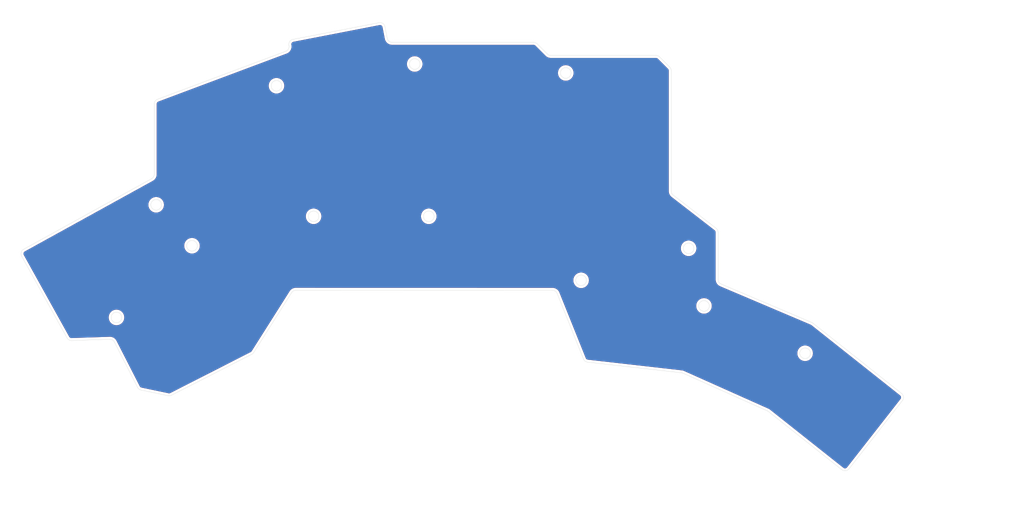
<source format=kicad_pcb>
(kicad_pcb
	(version 20241229)
	(generator "pcbnew")
	(generator_version "9.0")
	(general
		(thickness 1.6)
		(legacy_teardrops no)
	)
	(paper "A4")
	(layers
		(0 "F.Cu" signal)
		(2 "B.Cu" signal)
		(9 "F.Adhes" user "F.Adhesive")
		(11 "B.Adhes" user "B.Adhesive")
		(13 "F.Paste" user)
		(15 "B.Paste" user)
		(5 "F.SilkS" user "F.Silkscreen")
		(7 "B.SilkS" user "B.Silkscreen")
		(1 "F.Mask" user)
		(3 "B.Mask" user)
		(17 "Dwgs.User" user "User.Drawings")
		(19 "Cmts.User" user "User.Comments")
		(21 "Eco1.User" user "User.Eco1")
		(23 "Eco2.User" user "User.Eco2")
		(25 "Edge.Cuts" user)
		(27 "Margin" user)
		(31 "F.CrtYd" user "F.Courtyard")
		(29 "B.CrtYd" user "B.Courtyard")
		(35 "F.Fab" user)
		(33 "B.Fab" user)
		(39 "User.1" user)
		(41 "User.2" user)
		(43 "User.3" user)
		(45 "User.4" user)
	)
	(setup
		(pad_to_mask_clearance 0)
		(allow_soldermask_bridges_in_footprints no)
		(tenting front back)
		(pcbplotparams
			(layerselection 0x00000000_00000000_55555555_5755f5ff)
			(plot_on_all_layers_selection 0x00000000_00000000_00000000_00000000)
			(disableapertmacros no)
			(usegerberextensions no)
			(usegerberattributes yes)
			(usegerberadvancedattributes yes)
			(creategerberjobfile yes)
			(dashed_line_dash_ratio 12.000000)
			(dashed_line_gap_ratio 3.000000)
			(svgprecision 4)
			(plotframeref no)
			(mode 1)
			(useauxorigin no)
			(hpglpennumber 1)
			(hpglpenspeed 20)
			(hpglpendiameter 15.000000)
			(pdf_front_fp_property_popups yes)
			(pdf_back_fp_property_popups yes)
			(pdf_metadata yes)
			(pdf_single_document no)
			(dxfpolygonmode yes)
			(dxfimperialunits yes)
			(dxfusepcbnewfont yes)
			(psnegative no)
			(psa4output no)
			(plot_black_and_white yes)
			(sketchpadsonfab no)
			(plotpadnumbers no)
			(hidednponfab no)
			(sketchdnponfab yes)
			(crossoutdnponfab yes)
			(subtractmaskfromsilk no)
			(outputformat 1)
			(mirror no)
			(drillshape 0)
			(scaleselection 1)
			(outputdirectory "/home/ghostbird/git/darling/pcb/gerber/bottom/")
		)
	)
	(net 0 "")
	(net 1 "gnd")
	(gr_line
		(start 46.372186 94.404112)
		(end 51.748748 95.531456)
		(stroke
			(width 0.05)
			(type default)
		)
		(layer "Edge.Cuts")
		(uuid "0996ffe4-aa68-4a1b-9646-b774a9085ff6")
	)
	(gr_line
		(start 160.505931 62.303539)
		(end 151.978783 55.704314)
		(stroke
			(width 0.05)
			(type solid)
		)
		(layer "Edge.Cuts")
		(uuid "0eebe3de-d96b-4648-9424-087377b49145")
	)
	(gr_line
		(start 124.990025 25.699901)
		(end 127.001062 27.710938)
		(stroke
			(width 0.05)
			(type solid)
		)
		(layer "Edge.Cuts")
		(uuid "1a99d99f-ddf8-459e-acc2-bccfe9835079")
	)
	(gr_circle
		(center 155.045963 66.279839)
		(end 156.095963 66.279839)
		(stroke
			(width 0.05)
			(type default)
		)
		(fill no)
		(layer "Edge.Cuts")
		(uuid "1ed6fbaf-98d7-45b5-8978-9b6b935316d8")
	)
	(gr_line
		(start 52.408245 95.443594)
		(end 68.39587 87.291887)
		(stroke
			(width 0.05)
			(type default)
		)
		(layer "Edge.Cuts")
		(uuid "22f961d0-e2d5-4ae3-8b25-e855860a4d81")
	)
	(gr_arc
		(start 40.158677 84.325532)
		(mid 40.700123 84.463219)
		(end 41.083218 84.869962)
		(stroke
			(width 0.05)
			(type default)
		)
		(layer "Edge.Cuts")
		(uuid "2369847b-162e-4290-a9eb-c18e526394fe")
	)
	(gr_line
		(start 41.083218 84.869962)
		(end 45.694671 93.895379)
		(stroke
			(width 0.05)
			(type default)
		)
		(layer "Edge.Cuts")
		(uuid "282a6144-0ee1-4da6-9e27-f7bdfb8e2683")
	)
	(gr_arc
		(start 124.2797 25.403839)
		(mid 124.662432 25.479959)
		(end 124.990025 25.699901)
		(stroke
			(width 0.05)
			(type default)
		)
		(layer "Edge.Cuts")
		(uuid "2bb8f432-41e0-41c2-9ec9-693b16206985")
	)
	(gr_line
		(start 160.893963 72.441839)
		(end 160.893963 63.085782)
		(stroke
			(width 0.05)
			(type default)
		)
		(layer "Edge.Cuts")
		(uuid "2cec8f77-a2c0-4872-822e-bc11f6b89a86")
	)
	(gr_circle
		(center 100.689963 29.703839)
		(end 101.739963 29.703839)
		(stroke
			(width 0.05)
			(type default)
		)
		(fill no)
		(layer "Edge.Cuts")
		(uuid "2fe5eae3-49e5-4c7b-86b9-78d8de27ddec")
	)
	(gr_circle
		(center 178.159963 87.107839)
		(end 179.209963 87.107839)
		(stroke
			(width 0.05)
			(type default)
		)
		(fill no)
		(layer "Edge.Cuts")
		(uuid "2ffde4a3-3ab9-4007-a06f-b5a73f80e713")
	)
	(gr_line
		(start 22.679616 67.831315)
		(end 31.697232 84.06951)
		(stroke
			(width 0.05)
			(type default)
		)
		(layer "Edge.Cuts")
		(uuid "345c5908-d581-4198-84b1-df8e20308e3a")
	)
	(gr_arc
		(start 148.5797 28.003839)
		(mid 148.962432 28.079959)
		(end 149.290025 28.299901)
		(stroke
			(width 0.05)
			(type default)
		)
		(layer "Edge.Cuts")
		(uuid "34aa0ce3-90ea-4ed7-9544-0f175463c9c1")
	)
	(gr_line
		(start 197.316669 95.084933)
		(end 179.642884 81.0714)
		(stroke
			(width 0.05)
			(type solid)
		)
		(layer "Edge.Cuts")
		(uuid "378c17f1-bff8-4f1a-bf57-1c528d7239f9")
	)
	(gr_arc
		(start 153.639979 90.986377)
		(mid 153.790818 91.015353)
		(end 153.935428 91.067082)
		(stroke
			(width 0.05)
			(type default)
		)
		(layer "Edge.Cuts")
		(uuid "3f5f935b-ad2e-4789-85a5-0ca3c639f5c5")
	)
	(gr_arc
		(start 48.993963 51.584)
		(mid 48.855054 52.09239)
		(end 48.47247 52.462001)
		(stroke
			(width 0.05)
			(type default)
		)
		(layer "Edge.Cuts")
		(uuid "400112c2-e778-4324-825d-2a4976ffc69d")
	)
	(gr_arc
		(start 75.733019 26.041458)
		(mid 75.623967 26.720799)
		(end 75.091797 27.172648)
		(stroke
			(width 0.05)
			(type default)
		)
		(layer "Edge.Cuts")
		(uuid "46dc96a8-6dc3-428e-84f5-10ffb9c0e67c")
	)
	(gr_arc
		(start 22.679616 67.831315)
		(mid 22.592655 67.070022)
		(end 23.06816 66.471744)
		(stroke
			(width 0.05)
			(type default)
		)
		(layer "Edge.Cuts")
		(uuid "4935b2f6-2e0e-451a-8015-c49291026b77")
	)
	(gr_circle
		(center 158.093963 77.709839)
		(end 159.143963 77.709839)
		(stroke
			(width 0.05)
			(type default)
		)
		(fill no)
		(layer "Edge.Cuts")
		(uuid "4a5a59e3-18d2-4a7f-9f67-e51be4285787")
	)
	(gr_arc
		(start 186.862757 110.059909)
		(mid 186.194021 110.436637)
		(end 185.453704 110.227229)
		(stroke
			(width 0.05)
			(type default)
		)
		(layer "Edge.Cuts")
		(uuid "4f0334ea-9f0d-4707-bdfc-178b9e69215a")
	)
	(gr_arc
		(start 134.986816 88.87107)
		(mid 134.49361 88.672995)
		(end 134.173295 88.254519)
		(stroke
			(width 0.05)
			(type default)
		)
		(layer "Edge.Cuts")
		(uuid "5ca0f66b-34bc-4196-872c-243f0263c98b")
	)
	(gr_arc
		(start 32.605629 84.58345)
		(mid 32.078709 84.454191)
		(end 31.697232 84.06951)
		(stroke
			(width 0.05)
			(type default)
		)
		(layer "Edge.Cuts")
		(uuid "6272d1b1-6e51-49fb-8868-b25b4e595893")
	)
	(gr_line
		(start 161.50344 73.362494)
		(end 179.504026 80.999207)
		(stroke
			(width 0.05)
			(type default)
		)
		(layer "Edge.Cuts")
		(uuid "63674427-39c2-44eb-b004-52b9c2fffcd1")
	)
	(gr_circle
		(center 130.661963 31.481839)
		(end 131.711963 31.481839)
		(stroke
			(width 0.05)
			(type default)
		)
		(fill no)
		(layer "Edge.Cuts")
		(uuid "6878e424-2dce-4a90-a295-0ab05556eaf4")
	)
	(gr_arc
		(start 48.993965 37.6326)
		(mid 49.172246 37.062647)
		(end 49.64357 36.695906)
		(stroke
			(width 0.05)
			(type default)
		)
		(layer "Edge.Cuts")
		(uuid "68d86069-8414-4fac-b96e-1d895bc36dbe")
	)
	(gr_arc
		(start 151.978783 55.704314)
		(mid 151.695232 55.354429)
		(end 151.593963 54.919641)
		(stroke
			(width 0.05)
			(type default)
		)
		(layer "Edge.Cuts")
		(uuid "6e9e19b2-1b1a-45b7-9933-20a103c8846d")
	)
	(gr_arc
		(start 75.722123 25.985409)
		(mid 75.874833 25.23518)
		(end 76.513429 24.812839)
		(stroke
			(width 0.05)
			(type default)
		)
		(layer "Edge.Cuts")
		(uuid "6feac253-a8c2-4bf5-85f8-51405d49dd1f")
	)
	(gr_line
		(start 128.948452 75.247995)
		(end 134.173295 88.254519)
		(stroke
			(width 0.05)
			(type default)
		)
		(layer "Edge.Cuts")
		(uuid "75d5fd7d-7cfa-44f9-9048-2652ecade398")
	)
	(gr_line
		(start 124.2797 25.403839)
		(end 96.2182 25.403839)
		(stroke
			(width 0.05)
			(type default)
		)
		(layer "Edge.Cuts")
		(uuid "7845baa1-ea7c-446e-b857-9ecc523e4051")
	)
	(gr_line
		(start 48.993965 37.6326)
		(end 48.993963 51.584)
		(stroke
			(width 0.05)
			(type default)
		)
		(layer "Edge.Cuts")
		(uuid "78b8ab10-b009-4e1a-b488-2c6774975acc")
	)
	(gr_circle
		(center 73.257963 34.021839)
		(end 74.307963 34.021839)
		(stroke
			(width 0.05)
			(type default)
		)
		(fill no)
		(layer "Edge.Cuts")
		(uuid "79865038-f294-4055-aaf7-10cc829ef6eb")
	)
	(gr_line
		(start 95.234792 24.584969)
		(end 94.786364 22.277984)
		(stroke
			(width 0.05)
			(type solid)
		)
		(layer "Edge.Cuts")
		(uuid "8387b3bb-b340-4b41-af7a-164d5495a19d")
	)
	(gr_line
		(start 149.290025 28.299901)
		(end 151.301012 30.310888)
		(stroke
			(width 0.05)
			(type solid)
		)
		(layer "Edge.Cuts")
		(uuid "8b8d975f-8deb-44ea-bc36-787cd8c1792c")
	)
	(gr_arc
		(start 179.504026 80.999207)
		(mid 179.624067 81.059949)
		(end 179.642884 81.0714)
		(stroke
			(width 0.05)
			(type default)
		)
		(layer "Edge.Cuts")
		(uuid "8bfb022d-d51a-42eb-8406-039057c2a35d")
	)
	(gr_circle
		(center 80.623963 59.929839)
		(end 81.673963 59.929839)
		(stroke
			(width 0.05)
			(type default)
		)
		(fill no)
		(layer "Edge.Cuts")
		(uuid "8ecc3207-5dac-4880-a626-30f188e592fe")
	)
	(gr_circle
		(center 133.709963 72.629839)
		(end 134.759963 72.629839)
		(stroke
			(width 0.05)
			(type default)
		)
		(fill no)
		(layer "Edge.Cuts")
		(uuid "907702a0-d1d3-4d33-b9fd-0484fdc65d32")
	)
	(gr_circle
		(center 41.507963 79.995839)
		(end 42.557963 79.995839)
		(stroke
			(width 0.05)
			(type default)
		)
		(fill no)
		(layer "Edge.Cuts")
		(uuid "92a0c7a2-1aca-4350-ab63-226bf2884484")
	)
	(gr_arc
		(start 96.2182 25.403839)
		(mid 95.582201 25.175477)
		(end 95.234792 24.584969)
		(stroke
			(width 0.05)
			(type default)
		)
		(layer "Edge.Cuts")
		(uuid "92d6e189-0301-49ba-bdcf-93f8dd634b83")
	)
	(gr_arc
		(start 76.275656 75.068991)
		(mid 76.638367 74.727854)
		(end 77.111431 74.603949)
		(stroke
			(width 0.05)
			(type default)
		)
		(layer "Edge.Cuts")
		(uuid "9b0ed8ff-23c0-499c-92a6-61457c831fa1")
	)
	(gr_arc
		(start 52.408245 95.443594)
		(mid 52.08599 95.543983)
		(end 51.748748 95.531456)
		(stroke
			(width 0.05)
			(type default)
		)
		(layer "Edge.Cuts")
		(uuid "9f3961e7-35b4-473b-990f-9ca5a6b3b1a1")
	)
	(gr_line
		(start 68.751859 86.954409)
		(end 76.275656 75.068991)
		(stroke
			(width 0.05)
			(type default)
		)
		(layer "Edge.Cuts")
		(uuid "a180fd1f-0083-488e-991d-b53a9ae64f81")
	)
	(gr_line
		(start 151.593963 31.02748)
		(end 151.593963 54.919641)
		(stroke
			(width 0.05)
			(type default)
		)
		(layer "Edge.Cuts")
		(uuid "a304ca5b-0671-4e76-a6fc-4ff7cfd9d5af")
	)
	(gr_line
		(start 186.862757 110.059909)
		(end 197.489175 96.476899)
		(stroke
			(width 0.05)
			(type default)
		)
		(layer "Edge.Cuts")
		(uuid "ab90dac6-b653-46ac-995a-036ab8af842c")
	)
	(gr_arc
		(start 93.616217 21.496478)
		(mid 94.365956 21.649284)
		(end 94.786364 22.277984)
		(stroke
			(width 0.05)
			(type default)
		)
		(layer "Edge.Cuts")
		(uuid "adc70096-598a-4fba-94a4-7c67bffe1722")
	)
	(gr_arc
		(start 161.50344 73.362494)
		(mid 161.060111 72.993866)
		(end 160.893963 72.441839)
		(stroke
			(width 0.05)
			(type default)
		)
		(layer "Edge.Cuts")
		(uuid "b286d0e7-6a48-48cb-8086-0d90f0af3814")
	)
	(gr_line
		(start 32.605629 84.58345)
		(end 40.158677 84.325532)
		(stroke
			(width 0.05)
			(type default)
		)
		(layer "Edge.Cuts")
		(uuid "b49669cd-c85f-4fa1-8786-c70f6ce3e8f6")
	)
	(gr_arc
		(start 128.018204 74.614339)
		(mid 128.578058 74.78591)
		(end 128.948452 75.247995)
		(stroke
			(width 0.05)
			(type default)
		)
		(layer "Edge.Cuts")
		(uuid "b5327782-9c67-4f0d-9251-193f8c11e177")
	)
	(gr_line
		(start 127.7082 28.003839)
		(end 148.5797 28.003839)
		(stroke
			(width 0.05)
			(type default)
		)
		(layer "Edge.Cuts")
		(uuid "b71716c7-4677-4ad1-8018-33256227516f")
	)
	(gr_line
		(start 153.935428 91.067082)
		(end 170.678834 98.552369)
		(stroke
			(width 0.05)
			(type default)
		)
		(layer "Edge.Cuts")
		(uuid "b7ecca68-7ec3-4c81-9bd3-213ea9db6090")
	)
	(gr_arc
		(start 160.505931 62.303539)
		(mid 160.791747 62.653985)
		(end 160.893963 63.085782)
		(stroke
			(width 0.05)
			(type default)
		)
		(layer "Edge.Cuts")
		(uuid "bd41df92-f211-461e-a1b8-4a59db5d3484")
	)
	(gr_line
		(start 128.018204 74.614339)
		(end 77.111431 74.603949)
		(stroke
			(width 0.05)
			(type default)
		)
		(layer "Edge.Cuts")
		(uuid "be84552f-043c-428c-9a3b-5262e046f560")
	)
	(gr_arc
		(start 68.751859 86.954409)
		(mid 68.565856 87.171757)
		(end 68.39587 87.291887)
		(stroke
			(width 0.05)
			(type default)
		)
		(layer "Edge.Cuts")
		(uuid "c46a2afc-8222-4cc9-b323-25bd8b7ace4c")
	)
	(gr_line
		(start 75.722123 25.985409)
		(end 75.733019 26.041458)
		(stroke
			(width 0.05)
			(type solid)
		)
		(layer "Edge.Cuts")
		(uuid "c4f23b71-fa91-4878-9ef7-7ca0c61d281e")
	)
	(gr_line
		(start 48.47247 52.462001)
		(end 23.06816 66.471744)
		(stroke
			(width 0.05)
			(type default)
		)
		(layer "Edge.Cuts")
		(uuid "c4f8322b-b428-44dd-865e-4ee3175580ab")
	)
	(gr_arc
		(start 46.372186 94.404112)
		(mid 45.963325 94.214675)
		(end 45.694671 93.895379)
		(stroke
			(width 0.05)
			(type default)
		)
		(layer "Edge.Cuts")
		(uuid "cb70a005-a819-43a4-931d-e080849fc00d")
	)
	(gr_line
		(start 134.986816 88.87107)
		(end 153.639979 90.986377)
		(stroke
			(width 0.05)
			(type default)
		)
		(layer "Edge.Cuts")
		(uuid "ce5ebe52-54f2-4370-a4d2-f3eaf7d01ef2")
	)
	(gr_arc
		(start 151.301012 30.310888)
		(mid 151.517843 30.635369)
		(end 151.593963 31.02748)
		(stroke
			(width 0.05)
			(type default)
		)
		(layer "Edge.Cuts")
		(uuid "d3bcc89b-d46c-4346-9b93-55ed5f8bb596")
	)
	(gr_line
		(start 93.616217 21.496478)
		(end 76.513429 24.812839)
		(stroke
			(width 0.05)
			(type solid)
		)
		(layer "Edge.Cuts")
		(uuid "d983a88c-1e8d-49ea-9e28-d500d80bd5e8")
	)
	(gr_circle
		(center 56.493963 65.771839)
		(end 57.543963 65.771839)
		(stroke
			(width 0.05)
			(type default)
		)
		(fill no)
		(layer "Edge.Cuts")
		(uuid "e1c08b5d-b885-4262-8427-5ba2eb075081")
	)
	(gr_line
		(start 170.895975 98.684885)
		(end 185.453686 110.227252)
		(stroke
			(width 0.05)
			(type default)
		)
		(layer "Edge.Cuts")
		(uuid "e279444b-5793-4e36-b86b-920484a04a30")
	)
	(gr_arc
		(start 170.678834 98.552369)
		(mid 170.789851 98.61061)
		(end 170.895975 98.684885)
		(stroke
			(width 0.05)
			(type default)
		)
		(layer "Edge.Cuts")
		(uuid "e6858b6d-4740-4e91-ae51-4115ca54bb56")
	)
	(gr_arc
		(start 197.316669 95.084933)
		(mid 197.688569 95.751582)
		(end 197.489175 96.476899)
		(stroke
			(width 0.05)
			(type default)
		)
		(layer "Edge.Cuts")
		(uuid "eda31c58-ffb4-4f79-891e-ff4bb97c4513")
	)
	(gr_arc
		(start 127.7082 28.003839)
		(mid 127.325494 27.927719)
		(end 127.001066 27.710934)
		(stroke
			(width 0.05)
			(type default)
		)
		(layer "Edge.Cuts")
		(uuid "eeff2be5-0b8c-4894-99fc-b1c5b3595617")
	)
	(gr_circle
		(center 49.381963 57.643839)
		(end 50.431963 57.643839)
		(stroke
			(width 0.05)
			(type default)
		)
		(fill no)
		(layer "Edge.Cuts")
		(uuid "f076ad12-a58f-4fd4-b73c-08754a5eb35e")
	)
	(gr_circle
		(center 103.483963 59.929839)
		(end 104.533963 59.929839)
		(stroke
			(width 0.05)
			(type default)
		)
		(fill no)
		(layer "Edge.Cuts")
		(uuid "fb440c25-bb9c-4178-846d-2be2bd4a85b0")
	)
	(gr_line
		(start 75.091797 27.172648)
		(end 49.64357 36.695906)
		(stroke
			(width 0.05)
			(type solid)
		)
		(layer "Edge.Cuts")
		(uuid "fe6f89bf-1c0c-463c-a7ad-6be24ec2e0c1")
	)
	(zone
		(net 1)
		(net_name "gnd")
		(layers "F.Cu" "B.Cu")
		(uuid "f657ee42-2489-4896-a76e-a2de69e407d9")
		(hatch edge 0.5)
		(connect_pads yes
			(clearance 0.5)
		)
		(min_thickness 0.25)
		(filled_areas_thickness no)
		(fill yes
			(thermal_gap 0.5)
			(thermal_bridge_width 0.5)
			(smoothing fillet)
			(radius 1)
		)
		(polygon
			(pts
				(xy 221.593963 118.603839) (xy 18.393963 118.603839) (xy 18.393963 17.003839) (xy 221.593963 17.003839)
			)
		)
		(filled_polygon
			(layer "F.Cu")
			(pts
				(xy 93.836029 21.980912) (xy 93.918584 21.992789) (xy 93.945278 21.99973) (xy 94.023161 22.029567)
				(xy 94.04766 22.042238) (xy 94.117016 22.088554) (xy 94.138113 22.106333) (xy 94.195511 22.166838)
				(xy 94.212154 22.188842) (xy 94.25475 22.260536) (xy 94.266116 22.285674) (xy 94.293509 22.370271)
				(xy 94.297261 22.38481) (xy 94.743178 24.67888) (xy 94.743413 24.680122) (xy 94.761453 24.778263)
				(xy 94.761457 24.778281) (xy 94.827298 24.976287) (xy 94.827307 24.976309) (xy 94.919927 25.16331)
				(xy 94.919929 25.163313) (xy 95.03755 25.33571) (xy 95.037553 25.335714) (xy 95.177889 25.490157)
				(xy 95.177891 25.490158) (xy 95.177895 25.490163) (xy 95.338269 25.623707) (xy 95.515583 25.733768)
				(xy 95.515585 25.733769) (xy 95.515587 25.73377) (xy 95.51559 25.733772) (xy 95.616382 25.778379)
				(xy 95.706424 25.818229) (xy 95.907118 25.875463) (xy 96.113802 25.904369) (xy 96.21815 25.904339)
				(xy 96.284042 25.904346) (xy 96.284068 25.904339) (xy 124.213808 25.904339) (xy 124.273575 25.904339)
				(xy 124.285797 25.904942) (xy 124.365482 25.912836) (xy 124.389453 25.917632) (xy 124.420086 25.92698)
				(xy 124.460159 25.93921) (xy 124.482721 25.948615) (xy 124.547818 25.983645) (xy 124.568097 25.997294)
				(xy 124.630013 26.048513) (xy 124.638629 26.056349) (xy 124.638746 26.056466) (xy 124.680922 26.099022)
				(xy 124.681897 26.09959) (xy 124.686666 26.104356) (xy 124.688269 26.105959) (xy 124.688272 26.105965)
				(xy 124.688295 26.105985) (xy 126.699288 28.116978) (xy 126.699629 28.117278) (xy 126.716696 28.134346)
				(xy 126.872746 28.254102) (xy 127.043093 28.352462) (xy 127.043098 28.352464) (xy 127.043106 28.352468)
				(xy 127.133958 28.390103) (xy 127.224823 28.427745) (xy 127.414825 28.47866) (xy 127.609847 28.504338)
				(xy 127.632306 28.504338) (xy 127.632318 28.504339) (xy 127.642308 28.504339) (xy 127.7082 28.504339)
				(xy 127.774092 28.504339) (xy 148.513808 28.504339) (xy 148.573575 28.504339) (xy 148.585797 28.504942)
				(xy 148.665482 28.512836) (xy 148.689453 28.517632) (xy 148.720086 28.52698) (xy 148.760159 28.53921)
				(xy 148.782721 28.548615) (xy 148.847818 28.583645) (xy 148.868097 28.597294) (xy 148.930013 28.648513)
				(xy 148.938629 28.656349) (xy 148.938746 28.656466) (xy 148.980922 28.699022) (xy 148.981897 28.69959)
				(xy 148.986666 28.704356) (xy 148.988269 28.705959) (xy 148.988272 28.705965) (xy 148.988295 28.705985)
				(xy 150.942743 30.660433) (xy 150.951007 30.669561) (xy 151.002075 30.731935) (xy 151.015691 30.752416)
				(xy 151.050541 30.818165) (xy 151.059844 30.840923) (xy 151.073428 30.886654) (xy 151.081033 30.912257)
				(xy 151.085662 30.93641) (xy 151.092928 31.016868) (xy 151.093426 31.029171) (xy 151.092851 31.091069)
				(xy 151.093463 31.101102) (xy 151.093463 54.854701) (xy 151.09322 54.855622) (xy 151.093463 54.920445)
				(xy 151.093463 54.990858) (xy 151.093779 54.995533) (xy 151.093877 55.018582) (xy 151.119611 55.21101)
				(xy 151.119612 55.211016) (xy 151.169922 55.398513) (xy 151.169923 55.398517) (xy 151.169924 55.398518)
				(xy 151.243977 55.57798) (xy 151.340535 55.746405) (xy 151.45799 55.900985) (xy 151.525324 55.969191)
				(xy 151.594379 56.039141) (xy 151.594382 56.039143) (xy 151.619658 56.058887) (xy 151.620352 56.059798)
				(xy 151.671624 56.099478) (xy 151.722828 56.139434) (xy 151.722829 56.139434) (xy 151.72715 56.142806)
				(xy 151.730818 56.145289) (xy 160.147497 62.659021) (xy 160.147499 62.659023) (xy 160.194067 62.695062)
				(xy 160.194068 62.695063) (xy 160.204626 62.704232) (xy 160.270253 62.768067) (xy 160.287962 62.789686)
				(xy 160.333793 62.86066) (xy 160.346212 62.885698) (xy 160.374986 62.965138) (xy 160.381482 62.992319)
				(xy 160.392547 63.082823) (xy 160.393463 63.097871) (xy 160.393463 72.515668) (xy 160.393482 72.515972)
				(xy 160.393482 72.551695) (xy 160.425484 72.769114) (xy 160.425485 72.769119) (xy 160.425486 72.769122)
				(xy 160.488824 72.979568) (xy 160.562901 73.137511) (xy 160.582144 73.178541) (xy 160.582146 73.178545)
				(xy 160.703454 73.361794) (xy 160.703458 73.361799) (xy 160.850171 73.525426) (xy 160.987874 73.639922)
				(xy 161.019157 73.665933) (xy 161.206811 73.780324) (xy 161.206817 73.780326) (xy 161.206818 73.780327)
				(xy 161.239862 73.794347) (xy 161.239903 73.794368) (xy 161.247308 73.797509) (xy 161.247309 73.79751)
				(xy 179.307075 81.45933) (xy 179.309983 81.460609) (xy 179.322035 81.466097) (xy 179.329364 81.469435)
				(xy 179.33517 81.472264) (xy 179.347017 81.478423) (xy 179.366859 81.491279) (xy 196.469713 95.052121)
				(xy 196.968391 95.447522) (xy 196.968392 95.447524) (xy 196.999411 95.472119) (xy 197.011315 95.482883)
				(xy 197.084379 95.5581) (xy 197.103542 95.583765) (xy 197.150931 95.668118) (xy 197.162882 95.697837)
				(xy 197.187083 95.79152) (xy 197.191022 95.823307) (xy 197.19042 95.920062) (xy 197.186085 95.951798)
				(xy 197.16072 96.045167) (xy 197.148401 96.074734) (xy 197.096249 96.164918) (xy 197.086569 96.179248)
				(xy 186.496361 109.715975) (xy 186.496361 109.715976) (xy 186.472873 109.745999) (xy 186.47287 109.746)
				(xy 186.463662 109.756495) (xy 186.399661 109.821638) (xy 186.378007 109.839205) (xy 186.307008 109.884603)
				(xy 186.281977 109.896888) (xy 186.202628 109.925275) (xy 186.175484 109.931656) (xy 186.091797 109.941595)
				(xy 186.063914 109.941749) (xy 185.980123 109.932738) (xy 185.952912 109.926658) (xy 185.911237 109.912268)
				(xy 185.873253 109.899152) (xy 185.848087 109.887145) (xy 185.770864 109.838963) (xy 185.759451 109.830915)
				(xy 185.707113 109.789406) (xy 185.706613 109.789059) (xy 178.584535 104.14218) (xy 171.208458 98.293913)
				(xy 171.159095 98.254371) (xy 171.155803 98.252164) (xy 171.155295 98.251762) (xy 171.155277 98.251754)
				(xy 171.154847 98.251413) (xy 171.151791 98.249476) (xy 171.053068 98.183314) (xy 171.053051 98.183304)
				(xy 170.952963 98.127918) (xy 170.952955 98.127914) (xy 170.944049 98.122986) (xy 170.943257 98.122343)
				(xy 170.877897 98.093123) (xy 170.877133 98.092781) (xy 170.877117 98.092774) (xy 170.815735 98.065331)
				(xy 170.815711 98.065322) (xy 154.129364 90.605543) (xy 154.129338 90.605531) (xy 154.069442 90.578737)
				(xy 154.069419 90.578729) (xy 153.923225 90.53062) (xy 153.772853 90.497718) (xy 153.772849 90.497717)
				(xy 153.699376 90.489404) (xy 153.699376 90.489401) (xy 153.699345 90.4894) (xy 135.105485 88.380818)
				(xy 135.105485 88.380819) (xy 135.105476 88.380818) (xy 135.105196 88.380786) (xy 135.049815 88.374505)
				(xy 135.036724 88.372305) (xy 134.951984 88.353352) (xy 134.926875 88.344831) (xy 134.854167 88.311108)
				(xy 134.831444 88.297444) (xy 134.76756 88.249028) (xy 134.748266 88.23085) (xy 134.696139 88.169962)
				(xy 134.681151 88.148097) (xy 134.664909 88.117922) (xy 134.640153 88.071928) (xy 134.634279 88.059381)
				(xy 134.57848 87.920478) (xy 134.203016 86.985812) (xy 176.609463 86.985812) (xy 176.609463 87.229865)
				(xy 176.643455 87.444484) (xy 176.647642 87.470915) (xy 176.722429 87.701086) (xy 176.72306 87.703026)
				(xy 176.833859 87.920481) (xy 176.977302 88.117915) (xy 176.977306 88.11792) (xy 177.149881 88.290495)
				(xy 177.149886 88.290499) (xy 177.276148 88.382233) (xy 177.347324 88.433945) (xy 177.564778 88.544743)
				(xy 177.796887 88.62016) (xy 178.037936 88.658339) (xy 178.037937 88.658339) (xy 178.281989 88.658339)
				(xy 178.28199 88.658339) (xy 178.523039 88.62016) (xy 178.755148 88.544743) (xy 178.972602 88.433945)
				(xy 179.170046 88.290494) (xy 179.342618 88.117922) (xy 179.486069 87.920478) (xy 179.596867 87.703024)
				(xy 179.672284 87.470915) (xy 179.710463 87.229866) (xy 179.710463 86.985812) (xy 179.672284 86.744763)
				(xy 179.596867 86.512654) (xy 179.486069 86.2952) (xy 179.467742 86.269975) (xy 179.342623 86.097762)
				(xy 179.342619 86.097757) (xy 179.170044 85.925182) (xy 179.170039 85.925178) (xy 178.972605 85.781735)
				(xy 178.972604 85.781734) (xy 178.972602 85.781733) (xy 178.755148 85.670935) (xy 178.523039 85.595518)
				(xy 178.523037 85.595517) (xy 178.523035 85.595517) (xy 178.354732 85.56886) (xy 178.28199 85.557339)
				(xy 178.037936 85.557339) (xy 177.982056 85.566189) (xy 177.79689 85.595517) (xy 177.564775 85.670936)
				(xy 177.34732 85.781735) (xy 177.149886 85.925178) (xy 177.149881 85.925182) (xy 176.977306 86.097757)
				(xy 176.977302 86.097762) (xy 176.833859 86.295196) (xy 176.72306 86.512651) (xy 176.647641 86.744766)
				(xy 176.609463 86.985812) (xy 134.203016 86.985812) (xy 130.427751 77.587812) (xy 156.543463 77.587812)
				(xy 156.543463 77.638115) (xy 156.543463 77.831866) (xy 156.581642 78.072915) (xy 156.657059 78.305024)
				(xy 156.748005 78.483517) (xy 156.767859 78.522481) (xy 156.911302 78.719915) (xy 156.911306 78.71992)
				(xy 157.083881 78.892495) (xy 157.083886 78.892499) (xy 157.212246 78.985757) (xy 157.281324 79.035945)
				(xy 157.498778 79.146743) (xy 157.730887 79.22216) (xy 157.971936 79.260339) (xy 157.971937 79.260339)
				(xy 158.215989 79.260339) (xy 158.21599 79.260339) (xy 158.457039 79.22216) (xy 158.689148 79.146743)
				(xy 158.906602 79.035945) (xy 159.104046 78.892494) (xy 159.276618 78.719922) (xy 159.420069 78.522478)
				(xy 159.530867 78.305024) (xy 159.606284 78.072915) (xy 159.644463 77.831866) (xy 159.644463 77.587812)
				(xy 159.606284 77.346763) (xy 159.530867 77.114654) (xy 159.420069 76.8972) (xy 159.401742 76.871975)
				(xy 159.276623 76.699762) (xy 159.276619 76.699757) (xy 159.104044 76.527182) (xy 159.104039 76.527178)
				(xy 158.906605 76.383735) (xy 158.906604 76.383734) (xy 158.906602 76.383733) (xy 158.689148 76.272935)
				(xy 158.457039 76.197518) (xy 158.457037 76.197517) (xy 158.457035 76.197517) (xy 158.288732 76.17086)
				(xy 158.21599 76.159339) (xy 157.971936 76.159339) (xy 157.916056 76.168189) (xy 157.73089 76.197517)
				(xy 157.498775 76.272936) (xy 157.28132 76.383735) (xy 157.083886 76.527178) (xy 157.083881 76.527182)
				(xy 156.911306 76.699757) (xy 156.911302 76.699762) (xy 156.767859 76.897196) (xy 156.65706 77.114651)
				(xy 156.581641 77.346766) (xy 156.577118 77.375325) (xy 156.543463 77.587812) (xy 130.427751 77.587812)
				(xy 129.417134 75.07202) (xy 129.416832 75.071261) (xy 129.373057 74.960068) (xy 129.373056 74.960065)
				(xy 129.260543 74.765627) (xy 129.260536 74.765617) (xy 129.12034 74.590108) (xy 129.120336 74.590104)
				(xy 129.120333 74.5901) (xy 128.955556 74.437404) (xy 128.769881 74.310942) (xy 128.769882 74.310942)
				(xy 128.76988 74.310941) (xy 128.567454 74.213533) (xy 128.567451 74.213532) (xy 128.567449 74.213531)
				(xy 128.352771 74.147342) (xy 128.352765 74.147341) (xy 128.130635 74.113852) (xy 128.130639 74.113852)
				(xy 128.023377 74.113839) (xy 128.023369 74.113839) (xy 127.964978 74.113827) (xy 127.952414 74.113825)
				(xy 127.952413 74.113825) (xy 77.185149 74.103464) (xy 77.17501 74.102845) (xy 77.109697 74.103441)
				(xy 77.109698 74.103442) (xy 77.109045 74.103447) (xy 77.045641 74.103436) (xy 77.043345 74.10405)
				(xy 77.034149 74.104134) (xy 77.033244 74.104142) (xy 77.033241 74.104141) (xy 77.033225 74.104143)
				(xy 76.999778 74.104444) (xy 76.999774 74.104444) (xy 76.788128 74.136782) (xy 76.788111 74.136786)
				(xy 76.753253 74.147343) (xy 76.583182 74.19885) (xy 76.58318 74.19885) (xy 76.583176 74.198852)
				(xy 76.389138 74.289378) (xy 76.209908 74.406542) (xy 76.049133 74.547958) (xy 75.910055 74.710778)
				(xy 75.855708 74.79664) (xy 75.855705 74.796645) (xy 75.852796 74.801241) (xy 75.817546 74.856912)
				(xy 75.817536 74.856938) (xy 75.813665 74.863055) (xy 68.331702 86.682386) (xy 68.325875 86.690801)
				(xy 68.285462 86.744303) (xy 68.271828 86.759553) (xy 68.226893 86.802152) (xy 68.210938 86.814953)
				(xy 68.160069 86.849276) (xy 68.147039 86.856955) (xy 52.201133 94.987391) (xy 52.201129 94.987393)
				(xy 52.187142 94.994524) (xy 52.174326 95.00017) (xy 52.088558 95.032305) (xy 52.061421 95.039103)
				(xy 51.977622 95.050263) (xy 51.949654 95.050804) (xy 51.858193 95.042211) (xy 51.844342 95.040115)
				(xy 51.780733 95.026776) (xy 51.780689 95.026769) (xy 51.64209 94.997708) (xy 46.539386 93.927786)
				(xy 46.539386 93.927785) (xy 46.481545 93.915658) (xy 46.46845 93.912155) (xy 46.384203 93.884605)
				(xy 46.35955 93.873436) (xy 46.333925 93.858258) (xy 46.289168 93.831746) (xy 46.267527 93.815495)
				(xy 46.207868 93.759528) (xy 46.190266 93.738965) (xy 46.14101 93.666751) (xy 46.133028 93.653298)
				(xy 41.522337 84.629374) (xy 41.522297 84.629295) (xy 41.480581 84.547506) (xy 41.358013 84.373568)
				(xy 41.358006 84.373559) (xy 41.212134 84.218671) (xy 41.212128 84.218666) (xy 41.212124 84.218661)
				(xy 41.212119 84.218657) (xy 41.212117 84.218655) (xy 41.045841 84.085895) (xy 41.045833 84.08589)
				(xy 40.862478 83.977917) (xy 40.862476 83.977916) (xy 40.665715 83.896894) (xy 40.665706 83.896891)
				(xy 40.665704 83.896891) (xy 40.574262 83.873636) (xy 40.459489 83.844449) (xy 40.303024 83.827572)
				(xy 40.247928 83.821629) (xy 40.247927 83.821629) (xy 40.239357 83.821926) (xy 40.142145 83.825304)
				(xy 40.142082 83.825306) (xy 40.14207 83.825307) (xy 40.116403 83.826183) (xy 40.097892 83.826815)
				(xy 40.078424 83.82748) (xy 40.075742 83.827572) (xy 40.07574 83.827572) (xy 39.64427 83.842305)
				(xy 32.595355 84.083008) (xy 32.581749 84.082725) (xy 32.493015 84.075998) (xy 32.466306 84.070987)
				(xy 32.387722 84.047085) (xy 32.362745 84.036375) (xy 32.291258 83.99593) (xy 32.269215 83.980038)
				(xy 32.208254 83.924991) (xy 32.190201 83.904677) (xy 32.184682 83.896893) (xy 32.138727 83.832075)
				(xy 32.13148 83.820561) (xy 32.098607 83.761365) (xy 32.098598 83.761351) (xy 30.833256 81.482826)
				(xy 29.939716 79.873812) (xy 39.957463 79.873812) (xy 39.957463 79.924115) (xy 39.957463 80.117866)
				(xy 39.995642 80.358915) (xy 40.06234 80.564191) (xy 40.07106 80.591026) (xy 40.181859 80.808481)
				(xy 40.325302 81.005915) (xy 40.325306 81.00592) (xy 40.497881 81.178495) (xy 40.497886 81.178499)
				(xy 40.670099 81.303618) (xy 40.695324 81.321945) (xy 40.912778 81.432743) (xy 41.144887 81.50816)
				(xy 41.385936 81.546339) (xy 41.385937 81.546339) (xy 41.629989 81.546339) (xy 41.62999 81.546339)
				(xy 41.871039 81.50816) (xy 42.103148 81.432743) (xy 42.320602 81.321945) (xy 42.518046 81.178494)
				(xy 42.690618 81.005922) (xy 42.834069 80.808478) (xy 42.944867 80.591024) (xy 43.020284 80.358915)
				(xy 43.058463 80.117866) (xy 43.058463 79.873812) (xy 43.020284 79.632763) (xy 42.944867 79.400654)
				(xy 42.834069 79.1832) (xy 42.80758 79.146741) (xy 42.690623 78.985762) (xy 42.690619 78.985757)
				(xy 42.518044 78.813182) (xy 42.518039 78.813178) (xy 42.320605 78.669735) (xy 42.320604 78.669734)
				(xy 42.320602 78.669733) (xy 42.103148 78.558935) (xy 41.871039 78.483518) (xy 41.871037 78.483517)
				(xy 41.871035 78.483517) (xy 41.702732 78.45686) (xy 41.62999 78.445339) (xy 41.385936 78.445339)
				(xy 41.330056 78.454189) (xy 41.14489 78.483517) (xy 40.912775 78.558936) (xy 40.69532 78.669735)
				(xy 40.497886 78.813178) (xy 40.497881 78.813182) (xy 40.325306 78.985757) (xy 40.325302 78.985762)
				(xy 40.181859 79.183196) (xy 40.07106 79.400651) (xy 39.995641 79.632766) (xy 39.991118 79.661325)
				(xy 39.957463 79.873812) (xy 29.939716 79.873812) (xy 25.849129 72.507812) (xy 132.159463 72.507812)
				(xy 132.159463 72.558115) (xy 132.159463 72.751866) (xy 132.197642 72.992915) (xy 132.244624 73.137511)
				(xy 132.27306 73.225026) (xy 132.383859 73.442481) (xy 132.527302 73.639915) (xy 132.527306 73.63992)
				(xy 132.699881 73.812495) (xy 132.699886 73.812499) (xy 132.872099 73.937618) (xy 132.897324 73.955945)
				(xy 133.114778 74.066743) (xy 133.346887 74.14216) (xy 133.587936 74.180339) (xy 133.587937 74.180339)
				(xy 133.831989 74.180339) (xy 133.83199 74.180339) (xy 134.073039 74.14216) (xy 134.305148 74.066743)
				(xy 134.522602 73.955945) (xy 134.720046 73.812494) (xy 134.892618 73.639922) (xy 135.036069 73.442478)
				(xy 135.146867 73.225024) (xy 135.222284 72.992915) (xy 135.260463 72.751866) (xy 135.260463 72.507812)
				(xy 135.222284 72.266763) (xy 135.146867 72.034654) (xy 135.036069 71.8172) (xy 135.017742 71.791975)
				(xy 134.892623 71.619762) (xy 134.892619 71.619757) (xy 134.720044 71.447182) (xy 134.720039 71.447178)
				(xy 134.522605 71.303735) (xy 134.522604 71.303734) (xy 134.522602 71.303733) (xy 134.305148 71.192935)
				(xy 134.073039 71.117518) (xy 134.073037 71.117517) (xy 134.073035 71.117517) (xy 133.904732 71.09086)
				(xy 133.83199 71.079339) (xy 133.587936 71.079339) (xy 133.532056 71.088189) (xy 133.34689 71.117517)
				(xy 133.114775 71.192936) (xy 132.89732 71.303735) (xy 132.699886 71.447178) (xy 132.699881 71.447182)
				(xy 132.527306 71.619757) (xy 132.527302 71.619762) (xy 132.383859 71.817196) (xy 132.27306 72.034651)
				(xy 132.197641 72.266766) (xy 132.193118 72.295325) (xy 132.159463 72.507812) (xy 25.849129 72.507812)
				(xy 23.12055 67.594407) (xy 23.114495 67.581898) (xy 23.079539 67.497992) (xy 23.071798 67.471329)
				(xy 23.057574 67.388651) (xy 23.05596 67.360936) (xy 23.058046 67.322339) (xy 23.060487 67.277166)
				(xy 23.065079 67.249792) (xy 23.088132 67.169129) (xy 23.098697 67.143463) (xy 23.139122 67.069944)
				(xy 23.155132 67.047275) (xy 23.210903 66.984591) (xy 23.231555 66.966052) (xy 23.305373 66.913427)
				(xy 23.317455 66.905824) (xy 25.595021 65.649812) (xy 54.943463 65.649812) (xy 54.943463 65.893865)
				(xy 54.973949 66.086348) (xy 54.981642 66.134915) (xy 55.057059 66.367024) (xy 55.146105 66.541788)
				(xy 55.167859 66.584481) (xy 55.311302 66.781915) (xy 55.311306 66.78192) (xy 55.483881 66.954495)
				(xy 55.483886 66.954499) (xy 55.625941 67.057707) (xy 55.681324 67.097945) (xy 55.898778 67.208743)
				(xy 56.130887 67.28416) (xy 56.371936 67.322339) (xy 56.371937 67.322339) (xy 56.615989 67.322339)
				(xy 56.61599 67.322339) (xy 56.857039 67.28416) (xy 57.089148 67.208743) (xy 57.306602 67.097945)
				(xy 57.504046 66.954494) (xy 57.676618 66.781922) (xy 57.820069 66.584478) (xy 57.930867 66.367024)
				(xy 57.998844 66.157812) (xy 153.495463 66.157812) (xy 153.495463 66.208115) (xy 153.495463 66.401866)
				(xy 153.533642 66.642915) (xy 153.609059 66.875024) (xy 153.70214 67.057707) (xy 153.719859 67.092481)
				(xy 153.863302 67.289915) (xy 153.863306 67.28992) (xy 154.035881 67.462495) (xy 154.035886 67.462499)
				(xy 154.184685 67.570607) (xy 154.233324 67.605945) (xy 154.450778 67.716743) (xy 154.682887 67.79216)
				(xy 154.923936 67.830339) (xy 154.923937 67.830339) (xy 155.167989 67.830339) (xy 155.16799 67.830339)
				(xy 155.409039 67.79216) (xy 155.641148 67.716743) (xy 155.858602 67.605945) (xy 156.056046 67.462494)
				(xy 156.228618 67.289922) (xy 156.372069 67.092478) (xy 156.482867 66.875024) (xy 156.558284 66.642915)
				(xy 156.596463 66.401866) (xy 156.596463 66.157812) (xy 156.558284 65.916763) (xy 156.482867 65.684654)
				(xy 156.372069 65.4672) (xy 156.276668 65.335891) (xy 156.228623 65.269762) (xy 156.228619 65.269757)
				(xy 156.056044 65.097182) (xy 156.056039 65.097178) (xy 155.858605 64.953735) (xy 155.858604 64.953734)
				(xy 155.858602 64.953733) (xy 155.641148 64.842935) (xy 155.409039 64.767518) (xy 155.409037 64.767517)
				(xy 155.409035 64.767517) (xy 155.240732 64.74086) (xy 155.16799 64.729339) (xy 154.923936 64.729339)
				(xy 154.868056 64.738189) (xy 154.68289 64.767517) (xy 154.450775 64.842936) (xy 154.23332 64.953735)
				(xy 154.035886 65.097178) (xy 154.035881 65.097182) (xy 153.863306 65.269757) (xy 153.863302 65.269762)
				(xy 153.719859 65.467196) (xy 153.60906 65.684651) (xy 153.533641 65.916766) (xy 153.49909 66.134911)
				(xy 153.495463 66.157812) (xy 57.998844 66.157812) (xy 58.006284 66.134915) (xy 58.013977 66.086348)
				(xy 58.044463 65.893865) (xy 58.044463 65.649812) (xy 58.026493 65.536357) (xy 58.006284 65.408763)
				(xy 57.930867 65.176654) (xy 57.820069 64.9592) (xy 57.735598 64.842935) (xy 57.676623 64.761762)
				(xy 57.676619 64.761757) (xy 57.504044 64.589182) (xy 57.504039 64.589178) (xy 57.306605 64.445735)
				(xy 57.306604 64.445734) (xy 57.306602 64.445733) (xy 57.089148 64.334935) (xy 56.857039 64.259518)
				(xy 56.857037 64.259517) (xy 56.857035 64.259517) (xy 56.688732 64.23286) (xy 56.61599 64.221339)
				(xy 56.371936 64.221339) (xy 56.316056 64.230189) (xy 56.13089 64.259517) (xy 55.898775 64.334936)
				(xy 55.68132 64.445735) (xy 55.483886 64.589178) (xy 55.483881 64.589182) (xy 55.311306 64.761757)
				(xy 55.311302 64.761762) (xy 55.167859 64.959196) (xy 55.05706 65.176651) (xy 54.981641 65.408766)
				(xy 54.943463 65.649812) (xy 25.595021 65.649812) (xy 36.188505 59.807812) (xy 79.073463 59.807812)
				(xy 79.073463 59.858115) (xy 79.073463 60.051866) (xy 79.111642 60.292915) (xy 79.158624 60.437511)
				(xy 79.18706 60.525026) (xy 79.297859 60.742481) (xy 79.441302 60.939915) (xy 79.441306 60.93992)
				(xy 79.613881 61.112495) (xy 79.613886 61.112499) (xy 79.786099 61.237618) (xy 79.811324 61.255945)
				(xy 80.028778 61.366743) (xy 80.260887 61.44216) (xy 80.501936 61.480339) (xy 80.501937 61.480339)
				(xy 80.745989 61.480339) (xy 80.74599 61.480339) (xy 80.987039 61.44216) (xy 81.219148 61.366743)
				(xy 81.436602 61.255945) (xy 81.634046 61.112494) (xy 81.806618 60.939922) (xy 81.950069 60.742478)
				(xy 82.060867 60.525024) (xy 82.136284 60.292915) (xy 82.174463 60.051866) (xy 82.174463 59.807812)
				(xy 101.933463 59.807812) (xy 101.933463 59.858115) (xy 101.933463 60.051866) (xy 101.971642 60.292915)
				(xy 102.018624 60.437511) (xy 102.04706 60.525026) (xy 102.157859 60.742481) (xy 102.301302 60.939915)
				(xy 102.301306 60.93992) (xy 102.473881 61.112495) (xy 102.473886 61.112499) (xy 102.646099 61.237618)
				(xy 102.671324 61.255945) (xy 102.888778 61.366743) (xy 103.120887 61.44216) (xy 103.361936 61.480339)
				(xy 103.361937 61.480339) (xy 103.605989 61.480339) (xy 103.60599 61.480339) (xy 103.847039 61.44216)
				(xy 104.079148 61.366743) (xy 104.296602 61.255945) (xy 104.494046 61.112494) (xy 104.666618 60.939922)
				(xy 104.810069 60.742478) (xy 104.920867 60.525024) (xy 104.996284 60.292915) (xy 105.034463 60.051866)
				(xy 105.034463 59.807812) (xy 104.996284 59.566763) (xy 104.920867 59.334654) (xy 104.810069 59.1172)
				(xy 104.78358 59.080741) (xy 104.666623 58.919762) (xy 104.666619 58.919757) (xy 104.494044 58.747182)
				(xy 104.494039 58.747178) (xy 104.296605 58.603735) (xy 104.296604 58.603734) (xy 104.296602 58.603733)
				(xy 104.079148 58.492935) (xy 103.847039 58.417518) (xy 103.847037 58.417517) (xy 103.847035 58.417517)
				(xy 103.678732 58.39086) (xy 103.60599 58.379339) (xy 103.361936 58.379339) (xy 103.306056 58.388189)
				(xy 103.12089 58.417517) (xy 102.888775 58.492936) (xy 102.67132 58.603735) (xy 102.473886 58.747178)
				(xy 102.473881 58.747182) (xy 102.301306 58.919757) (xy 102.301302 58.919762) (xy 102.157859 59.117196)
				(xy 102.04706 59.334651) (xy 101.971641 59.566766) (xy 101.967118 59.595325) (xy 101.933463 59.807812)
				(xy 82.174463 59.807812) (xy 82.136284 59.566763) (xy 82.060867 59.334654) (xy 81.950069 59.1172)
				(xy 81.92358 59.080741) (xy 81.806623 58.919762) (xy 81.806619 58.919757) (xy 81.634044 58.747182)
				(xy 81.634039 58.747178) (xy 81.436605 58.603735) (xy 81.436604 58.603734) (xy 81.436602 58.603733)
				(xy 81.219148 58.492935) (xy 80.987039 58.417518) (xy 80.987037 58.417517) (xy 80.987035 58.417517)
				(xy 80.818732 58.39086) (xy 80.74599 58.379339) (xy 80.501936 58.379339) (xy 80.446056 58.388189)
				(xy 80.26089 58.417517) (xy 80.028775 58.492936) (xy 79.81132 58.603735) (xy 79.613886 58.747178)
				(xy 79.613881 58.747182) (xy 79.441306 58.919757) (xy 79.441302 58.919762) (xy 79.297859 59.117196)
				(xy 79.18706 59.334651) (xy 79.111641 59.566766) (xy 79.107118 59.595325) (xy 79.073463 59.807812)
				(xy 36.188505 59.807812) (xy 40.333782 57.521812) (xy 47.831463 57.521812) (xy 47.831463 57.572115)
				(xy 47.831463 57.765866) (xy 47.869642 58.006915) (xy 47.945059 58.239024) (xy 48.036005 58.417517)
				(xy 48.055859 58.456481) (xy 48.199302 58.653915) (xy 48.199306 58.65392) (xy 48.371881 58.826495)
				(xy 48.371886 58.826499) (xy 48.500246 58.919757) (xy 48.569324 58.969945) (xy 48.786778 59.080743)
				(xy 49.018887 59.15616) (xy 49.259936 59.194339) (xy 49.259937 59.194339) (xy 49.503989 59.194339)
				(xy 49.50399 59.194339) (xy 49.745039 59.15616) (xy 49.977148 59.080743) (xy 50.194602 58.969945)
				(xy 50.392046 58.826494) (xy 50.564618 58.653922) (xy 50.708069 58.456478) (xy 50.818867 58.239024)
				(xy 50.894284 58.006915) (xy 50.932463 57.765866) (xy 50.932463 57.521812) (xy 50.894284 57.280763)
				(xy 50.818867 57.048654) (xy 50.708069 56.8312) (xy 50.689742 56.805975) (xy 50.564623 56.633762)
				(xy 50.564619 56.633757) (xy 50.392044 56.461182) (xy 50.392039 56.461178) (xy 50.194605 56.317735)
				(xy 50.194604 56.317734) (xy 50.194602 56.317733) (xy 49.977148 56.206935) (xy 49.745039 56.131518)
				(xy 49.745037 56.131517) (xy 49.745035 56.131517) (xy 49.543229 56.099554) (xy 49.50399 56.093339)
				(xy 49.259936 56.093339) (xy 49.220697 56.099554) (xy 49.01889 56.131517) (xy 48.786775 56.206936)
				(xy 48.56932 56.317735) (xy 48.371886 56.461178) (xy 48.371881 56.461182) (xy 48.199306 56.633757)
				(xy 48.199302 56.633762) (xy 48.055859 56.831196) (xy 47.94506 57.048651) (xy 47.869641 57.280766)
				(xy 47.865118 57.309325) (xy 47.831463 57.521812) (xy 40.333782 57.521812) (xy 48.703576 52.906113)
				(xy 48.703739 52.906024) (xy 48.71199 52.901525) (xy 48.711991 52.901527) (xy 48.800376 52.853344)
				(xy 48.962707 52.734254) (xy 49.107676 52.594546) (xy 49.232683 52.436726) (xy 49.335488 52.263622)
				(xy 49.414249 52.078337) (xy 49.467554 51.884191) (xy 49.494448 51.684665) (xy 49.494451 51.658359)
				(xy 49.494463 51.658205) (xy 49.494463 51.518107) (xy 49.494464 37.64011) (xy 49.495373 37.625141)
				(xy 49.50726 37.527612) (xy 49.514464 37.498497) (xy 49.546725 37.413778) (xy 49.560709 37.387249)
				(xy 49.61238 37.312749) (xy 49.632329 37.290355) (xy 49.700372 37.230456) (xy 49.725122 37.213503)
				(xy 49.812761 37.167959) (xy 49.826475 37.161856) (xy 49.880658 37.141587) (xy 49.880677 37.141573)
				(xy 58.543371 33.899812) (xy 71.707463 33.899812) (xy 71.707463 33.950115) (xy 71.707463 34.143866)
				(xy 71.745642 34.384915) (xy 71.792624 34.529511) (xy 71.82106 34.617026) (xy 71.931859 34.834481)
				(xy 72.075302 35.031915) (xy 72.075306 35.03192) (xy 72.247881 35.204495) (xy 72.247886 35.204499)
				(xy 72.420099 35.329618) (xy 72.445324 35.347945) (xy 72.662778 35.458743) (xy 72.894887 35.53416)
				(xy 73.135936 35.572339) (xy 73.135937 35.572339) (xy 73.379989 35.572339) (xy 73.37999 35.572339)
				(xy 73.621039 35.53416) (xy 73.853148 35.458743) (xy 74.070602 35.347945) (xy 74.268046 35.204494)
				(xy 74.440618 35.031922) (xy 74.584069 34.834478) (xy 74.694867 34.617024) (xy 74.770284 34.384915)
				(xy 74.808463 34.143866) (xy 74.808463 33.899812) (xy 74.770284 33.658763) (xy 74.694867 33.426654)
				(xy 74.584069 33.2092) (xy 74.565742 33.183975) (xy 74.440623 33.011762) (xy 74.440619 33.011757)
				(xy 74.268044 32.839182) (xy 74.268039 32.839178) (xy 74.070605 32.695735) (xy 74.070604 32.695734)
				(xy 74.070602 32.695733) (xy 73.853148 32.584935) (xy 73.621039 32.509518) (xy 73.621037 32.509517)
				(xy 73.621035 32.509517) (xy 73.452732 32.48286) (xy 73.37999 32.471339) (xy 73.135936 32.471339)
				(xy 73.080056 32.480189) (xy 72.89489 32.509517) (xy 72.662775 32.584936) (xy 72.44532 32.695735)
				(xy 72.247886 32.839178) (xy 72.247881 32.839182) (xy 72.075306 33.011757) (xy 72.075302 33.011762)
				(xy 71.931859 33.209196) (xy 71.82106 33.426651) (xy 71.745641 33.658766) (xy 71.741118 33.687325)
				(xy 71.707463 33.899812) (xy 58.543371 33.899812) (xy 65.330806 31.359812) (xy 129.111463 31.359812)
				(xy 129.111463 31.410115) (xy 129.111463 31.603866) (xy 129.149642 31.844915) (xy 129.196624 31.989511)
				(xy 129.22506 32.077026) (xy 129.335859 32.294481) (xy 129.479302 32.491915) (xy 129.479306 32.49192)
				(xy 129.651881 32.664495) (xy 129.651886 32.664499) (xy 129.824099 32.789618) (xy 129.849324 32.807945)
				(xy 130.066778 32.918743) (xy 130.298887 32.99416) (xy 130.539936 33.032339) (xy 130.539937 33.032339)
				(xy 130.783989 33.032339) (xy 130.78399 33.032339) (xy 131.025039 32.99416) (xy 131.257148 32.918743)
				(xy 131.474602 32.807945) (xy 131.672046 32.664494) (xy 131.844618 32.491922) (xy 131.988069 32.294478)
				(xy 132.098867 32.077024) (xy 132.174284 31.844915) (xy 132.212463 31.603866) (xy 132.212463 31.359812)
				(xy 132.174284 31.118763) (xy 132.098867 30.886654) (xy 131.988069 30.6692) (xy 131.877113 30.516481)
				(xy 131.844623 30.471762) (xy 131.844619 30.471757) (xy 131.672044 30.299182) (xy 131.672039 30.299178)
				(xy 131.474605 30.155735) (xy 131.474604 30.155734) (xy 131.474602 30.155733) (xy 131.257148 30.044935)
				(xy 131.025039 29.969518) (xy 131.025037 29.969517) (xy 131.025035 29.969517) (xy 130.856732 29.94286)
				(xy 130.78399 29.931339) (xy 130.539936 29.931339) (xy 130.484056 29.940189) (xy 130.29889 29.969517)
				(xy 130.066775 30.044936) (xy 129.84932 30.155735) (xy 129.651886 30.299178) (xy 129.651881 30.299182)
				(xy 129.479306 30.471757) (xy 129.479302 30.471762) (xy 129.335859 30.669196) (xy 129.22506 30.886651)
				(xy 129.149641 31.118766) (xy 129.125442 31.271554) (xy 129.111463 31.359812) (xy 65.330806 31.359812)
				(xy 70.082011 29.581812) (xy 99.139463 29.581812) (xy 99.139463 29.825865) (xy 99.17416 30.044936)
				(xy 99.177642 30.066915) (xy 99.224624 30.211511) (xy 99.25306 30.299026) (xy 99.253141 30.299184)
				(xy 99.341073 30.471762) (xy 99.363859 30.516481) (xy 99.507302 30.713915) (xy 99.507306 30.71392)
				(xy 99.679881 30.886495) (xy 99.679886 30.886499) (xy 99.800552 30.974167) (xy 99.877324 31.029945)
				(xy 100.094778 31.140743) (xy 100.326887 31.21616) (xy 100.567936 31.254339) (xy 100.567937 31.254339)
				(xy 100.811989 31.254339) (xy 100.81199 31.254339) (xy 101.053039 31.21616) (xy 101.285148 31.140743)
				(xy 101.502602 31.029945) (xy 101.700046 30.886494) (xy 101.872618 30.713922) (xy 102.016069 30.516478)
				(xy 102.126867 30.299024) (xy 102.202284 30.066915) (xy 102.240463 29.825866) (xy 102.240463 29.581812)
				(xy 102.202284 29.340763) (xy 102.126867 29.108654) (xy 102.016069 28.8912) (xy 101.881503 28.705985)
				(xy 101.872623 28.693762) (xy 101.872619 28.693757) (xy 101.700044 28.521182) (xy 101.700039 28.521178)
				(xy 101.502605 28.377735) (xy 101.502604 28.377734) (xy 101.502602 28.377733) (xy 101.285148 28.266935)
				(xy 101.053039 28.191518) (xy 101.053037 28.191517) (xy 101.053035 28.191517) (xy 100.884732 28.16486)
				(xy 100.81199 28.153339) (xy 100.567936 28.153339) (xy 100.512056 28.162189) (xy 100.32689 28.191517)
				(xy 100.094775 28.266936) (xy 99.87732 28.377735) (xy 99.679886 28.521178) (xy 99.679881 28.521182)
				(xy 99.507306 28.693757) (xy 99.507302 28.693762) (xy 99.363859 28.891196) (xy 99.25306 29.108651)
				(xy 99.177641 29.340766) (xy 99.139463 29.581812) (xy 70.082011 29.581812) (xy 75.264033 27.642591)
				(xy 75.265197 27.642163) (xy 75.362245 27.607092) (xy 75.550073 27.50716) (xy 75.721926 27.381731)
				(xy 75.874366 27.233314) (xy 76.004345 27.064877) (xy 76.109264 26.879789) (xy 76.187023 26.681751)
				(xy 76.236068 26.474724) (xy 76.255419 26.262848) (xy 76.254983 26.254224) (xy 76.244687 26.050364)
				(xy 76.238028 26.016224) (xy 76.224322 25.945951) (xy 76.223708 25.942795) (xy 76.21812 25.914047)
				(xy 76.217885 25.912836) (xy 76.214756 25.896739) (xy 76.212872 25.88296) (xy 76.207698 25.818229)
				(xy 76.205626 25.792306) (xy 76.206527 25.764555) (xy 76.218635 25.681485) (xy 76.225689 25.654639)
				(xy 76.255983 25.576351) (xy 76.268835 25.551751) (xy 76.315802 25.48216) (xy 76.333807 25.46104)
				(xy 76.395075 25.403661) (xy 76.417342 25.387068) (xy 76.48984 25.34477) (xy 76.515244 25.33355)
				(xy 76.602714 25.30614) (xy 76.616166 25.30274) (xy 76.673345 25.291659) (xy 76.673366 25.291648)
				(xy 76.681665 25.290039) (xy 76.681667 25.290038) (xy 93.704713 21.989139) (xy 93.718388 21.987272)
				(xy 93.808467 21.980046)
			)
		)
		(filled_polygon
			(layer "B.Cu")
			(pts
				(xy 93.836029 21.980912) (xy 93.918584 21.992789) (xy 93.945278 21.99973) (xy 94.023161 22.029567)
				(xy 94.04766 22.042238) (xy 94.117016 22.088554) (xy 94.138113 22.106333) (xy 94.195511 22.166838)
				(xy 94.212154 22.188842) (xy 94.25475 22.260536) (xy 94.266116 22.285674) (xy 94.293509 22.370271)
				(xy 94.297261 22.38481) (xy 94.743178 24.67888) (xy 94.743413 24.680122) (xy 94.761453 24.778263)
				(xy 94.761457 24.778281) (xy 94.827298 24.976287) (xy 94.827307 24.976309) (xy 94.919927 25.16331)
				(xy 94.919929 25.163313) (xy 95.03755 25.33571) (xy 95.037553 25.335714) (xy 95.177889 25.490157)
				(xy 95.177891 25.490158) (xy 95.177895 25.490163) (xy 95.338269 25.623707) (xy 95.515583 25.733768)
				(xy 95.515585 25.733769) (xy 95.515587 25.73377) (xy 95.51559 25.733772) (xy 95.616382 25.778379)
				(xy 95.706424 25.818229) (xy 95.907118 25.875463) (xy 96.113802 25.904369) (xy 96.21815 25.904339)
				(xy 96.284042 25.904346) (xy 96.284068 25.904339) (xy 124.213808 25.904339) (xy 124.273575 25.904339)
				(xy 124.285797 25.904942) (xy 124.365482 25.912836) (xy 124.389453 25.917632) (xy 124.420086 25.92698)
				(xy 124.460159 25.93921) (xy 124.482721 25.948615) (xy 124.547818 25.983645) (xy 124.568097 25.997294)
				(xy 124.630013 26.048513) (xy 124.638629 26.056349) (xy 124.638746 26.056466) (xy 124.680922 26.099022)
				(xy 124.681897 26.09959) (xy 124.686666 26.104356) (xy 124.688269 26.105959) (xy 124.688272 26.105965)
				(xy 124.688295 26.105985) (xy 126.699288 28.116978) (xy 126.699629 28.117278) (xy 126.716696 28.134346)
				(xy 126.872746 28.254102) (xy 127.043093 28.352462) (xy 127.043098 28.352464) (xy 127.043106 28.352468)
				(xy 127.133958 28.390103) (xy 127.224823 28.427745) (xy 127.414825 28.47866) (xy 127.609847 28.504338)
				(xy 127.632306 28.504338) (xy 127.632318 28.504339) (xy 127.642308 28.504339) (xy 127.7082 28.504339)
				(xy 127.774092 28.504339) (xy 148.513808 28.504339) (xy 148.573575 28.504339) (xy 148.585797 28.504942)
				(xy 148.665482 28.512836) (xy 148.689453 28.517632) (xy 148.720086 28.52698) (xy 148.760159 28.53921)
				(xy 148.782721 28.548615) (xy 148.847818 28.583645) (xy 148.868097 28.597294) (xy 148.930013 28.648513)
				(xy 148.938629 28.656349) (xy 148.938746 28.656466) (xy 148.980922 28.699022) (xy 148.981897 28.69959)
				(xy 148.986666 28.704356) (xy 148.988269 28.705959) (xy 148.988272 28.705965) (xy 148.988295 28.705985)
				(xy 150.942743 30.660433) (xy 150.951007 30.669561) (xy 151.002075 30.731935) (xy 151.015691 30.752416)
				(xy 151.050541 30.818165) (xy 151.059844 30.840923) (xy 151.073428 30.886654) (xy 151.081033 30.912257)
				(xy 151.085662 30.93641) (xy 151.092928 31.016868) (xy 151.093426 31.029171) (xy 151.092851 31.091069)
				(xy 151.093463 31.101102) (xy 151.093463 54.854701) (xy 151.09322 54.855622) (xy 151.093463 54.920445)
				(xy 151.093463 54.990858) (xy 151.093779 54.995533) (xy 151.093877 55.018582) (xy 151.119611 55.21101)
				(xy 151.119612 55.211016) (xy 151.169922 55.398513) (xy 151.169923 55.398517) (xy 151.169924 55.398518)
				(xy 151.243977 55.57798) (xy 151.340535 55.746405) (xy 151.45799 55.900985) (xy 151.525324 55.969191)
				(xy 151.594379 56.039141) (xy 151.594382 56.039143) (xy 151.619658 56.058887) (xy 151.620352 56.059798)
				(xy 151.671624 56.099478) (xy 151.722828 56.139434) (xy 151.722829 56.139434) (xy 151.72715 56.142806)
				(xy 151.730818 56.145289) (xy 160.147497 62.659021) (xy 160.147499 62.659023) (xy 160.194067 62.695062)
				(xy 160.194068 62.695063) (xy 160.204626 62.704232) (xy 160.270253 62.768067) (xy 160.287962 62.789686)
				(xy 160.333793 62.86066) (xy 160.346212 62.885698) (xy 160.374986 62.965138) (xy 160.381482 62.992319)
				(xy 160.392547 63.082823) (xy 160.393463 63.097871) (xy 160.393463 72.515668) (xy 160.393482 72.515972)
				(xy 160.393482 72.551695) (xy 160.425484 72.769114) (xy 160.425485 72.769119) (xy 160.425486 72.769122)
				(xy 160.488824 72.979568) (xy 160.562901 73.137511) (xy 160.582144 73.178541) (xy 160.582146 73.178545)
				(xy 160.703454 73.361794) (xy 160.703458 73.361799) (xy 160.850171 73.525426) (xy 160.987874 73.639922)
				(xy 161.019157 73.665933) (xy 161.206811 73.780324) (xy 161.206817 73.780326) (xy 161.206818 73.780327)
				(xy 161.239862 73.794347) (xy 161.239903 73.794368) (xy 161.247308 73.797509) (xy 161.247309 73.79751)
				(xy 179.307075 81.45933) (xy 179.309983 81.460609) (xy 179.322035 81.466097) (xy 179.329364 81.469435)
				(xy 179.33517 81.472264) (xy 179.347017 81.478423) (xy 179.366859 81.491279) (xy 196.469713 95.052121)
				(xy 196.968391 95.447522) (xy 196.968392 95.447524) (xy 196.999411 95.472119) (xy 197.011315 95.482883)
				(xy 197.084379 95.5581) (xy 197.103542 95.583765) (xy 197.150931 95.668118) (xy 197.162882 95.697837)
				(xy 197.187083 95.79152) (xy 197.191022 95.823307) (xy 197.19042 95.920062) (xy 197.186085 95.951798)
				(xy 197.16072 96.045167) (xy 197.148401 96.074734) (xy 197.096249 96.164918) (xy 197.086569 96.179248)
				(xy 186.496361 109.715975) (xy 186.496361 109.715976) (xy 186.472873 109.745999) (xy 186.47287 109.746)
				(xy 186.463662 109.756495) (xy 186.399661 109.821638) (xy 186.378007 109.839205) (xy 186.307008 109.884603)
				(xy 186.281977 109.896888) (xy 186.202628 109.925275) (xy 186.175484 109.931656) (xy 186.091797 109.941595)
				(xy 186.063914 109.941749) (xy 185.980123 109.932738) (xy 185.952912 109.926658) (xy 185.911237 109.912268)
				(xy 185.873253 109.899152) (xy 185.848087 109.887145) (xy 185.770864 109.838963) (xy 185.759451 109.830915)
				(xy 185.707113 109.789406) (xy 185.706613 109.789059) (xy 178.584535 104.14218) (xy 171.208458 98.293913)
				(xy 171.159095 98.254371) (xy 171.155803 98.252164) (xy 171.155295 98.251762) (xy 171.155277 98.251754)
				(xy 171.154847 98.251413) (xy 171.151791 98.249476) (xy 171.053068 98.183314) (xy 171.053051 98.183304)
				(xy 170.952963 98.127918) (xy 170.952955 98.127914) (xy 170.944049 98.122986) (xy 170.943257 98.122343)
				(xy 170.877897 98.093123) (xy 170.877133 98.092781) (xy 170.877117 98.092774) (xy 170.815735 98.065331)
				(xy 170.815711 98.065322) (xy 154.129364 90.605543) (xy 154.129338 90.605531) (xy 154.069442 90.578737)
				(xy 154.069419 90.578729) (xy 153.923225 90.53062) (xy 153.772853 90.497718) (xy 153.772849 90.497717)
				(xy 153.699376 90.489404) (xy 153.699376 90.489401) (xy 153.699345 90.4894) (xy 135.105485 88.380818)
				(xy 135.105485 88.380819) (xy 135.105476 88.380818) (xy 135.105196 88.380786) (xy 135.049815 88.374505)
				(xy 135.036724 88.372305) (xy 134.951984 88.353352) (xy 134.926875 88.344831) (xy 134.854167 88.311108)
				(xy 134.831444 88.297444) (xy 134.76756 88.249028) (xy 134.748266 88.23085) (xy 134.696139 88.169962)
				(xy 134.681151 88.148097) (xy 134.664909 88.117922) (xy 134.640153 88.071928) (xy 134.634279 88.059381)
				(xy 134.57848 87.920478) (xy 134.203016 86.985812) (xy 176.609463 86.985812) (xy 176.609463 87.229865)
				(xy 176.643455 87.444484) (xy 176.647642 87.470915) (xy 176.722429 87.701086) (xy 176.72306 87.703026)
				(xy 176.833859 87.920481) (xy 176.977302 88.117915) (xy 176.977306 88.11792) (xy 177.149881 88.290495)
				(xy 177.149886 88.290499) (xy 177.276148 88.382233) (xy 177.347324 88.433945) (xy 177.564778 88.544743)
				(xy 177.796887 88.62016) (xy 178.037936 88.658339) (xy 178.037937 88.658339) (xy 178.281989 88.658339)
				(xy 178.28199 88.658339) (xy 178.523039 88.62016) (xy 178.755148 88.544743) (xy 178.972602 88.433945)
				(xy 179.170046 88.290494) (xy 179.342618 88.117922) (xy 179.486069 87.920478) (xy 179.596867 87.703024)
				(xy 179.672284 87.470915) (xy 179.710463 87.229866) (xy 179.710463 86.985812) (xy 179.672284 86.744763)
				(xy 179.596867 86.512654) (xy 179.486069 86.2952) (xy 179.467742 86.269975) (xy 179.342623 86.097762)
				(xy 179.342619 86.097757) (xy 179.170044 85.925182) (xy 179.170039 85.925178) (xy 178.972605 85.781735)
				(xy 178.972604 85.781734) (xy 178.972602 85.781733) (xy 178.755148 85.670935) (xy 178.523039 85.595518)
				(xy 178.523037 85.595517) (xy 178.523035 85.595517) (xy 178.354732 85.56886) (xy 178.28199 85.557339)
				(xy 178.037936 85.557339) (xy 177.982056 85.566189) (xy 177.79689 85.595517) (xy 177.564775 85.670936)
				(xy 177.34732 85.781735) (xy 177.149886 85.925178) (xy 177.149881 85.925182) (xy 176.977306 86.097757)
				(xy 176.977302 86.097762) (xy 176.833859 86.295196) (xy 176.72306 86.512651) (xy 176.647641 86.744766)
				(xy 176.609463 86.985812) (xy 134.203016 86.985812) (xy 130.427751 77.587812) (xy 156.543463 77.587812)
				(xy 156.543463 77.638115) (xy 156.543463 77.831866) (xy 156.581642 78.072915) (xy 156.657059 78.305024)
				(xy 156.748005 78.483517) (xy 156.767859 78.522481) (xy 156.911302 78.719915) (xy 156.911306 78.71992)
				(xy 157.083881 78.892495) (xy 157.083886 78.892499) (xy 157.212246 78.985757) (xy 157.281324 79.035945)
				(xy 157.498778 79.146743) (xy 157.730887 79.22216) (xy 157.971936 79.260339) (xy 157.971937 79.260339)
				(xy 158.215989 79.260339) (xy 158.21599 79.260339) (xy 158.457039 79.22216) (xy 158.689148 79.146743)
				(xy 158.906602 79.035945) (xy 159.104046 78.892494) (xy 159.276618 78.719922) (xy 159.420069 78.522478)
				(xy 159.530867 78.305024) (xy 159.606284 78.072915) (xy 159.644463 77.831866) (xy 159.644463 77.587812)
				(xy 159.606284 77.346763) (xy 159.530867 77.114654) (xy 159.420069 76.8972) (xy 159.401742 76.871975)
				(xy 159.276623 76.699762) (xy 159.276619 76.699757) (xy 159.104044 76.527182) (xy 159.104039 76.527178)
				(xy 158.906605 76.383735) (xy 158.906604 76.383734) (xy 158.906602 76.383733) (xy 158.689148 76.272935)
				(xy 158.457039 76.197518) (xy 158.457037 76.197517) (xy 158.457035 76.197517) (xy 158.288732 76.17086)
				(xy 158.21599 76.159339) (xy 157.971936 76.159339) (xy 157.916056 76.168189) (xy 157.73089 76.197517)
				(xy 157.498775 76.272936) (xy 157.28132 76.383735) (xy 157.083886 76.527178) (xy 157.083881 76.527182)
				(xy 156.911306 76.699757) (xy 156.911302 76.699762) (xy 156.767859 76.897196) (xy 156.65706 77.114651)
				(xy 156.581641 77.346766) (xy 156.577118 77.375325) (xy 156.543463 77.587812) (xy 130.427751 77.587812)
				(xy 129.417134 75.07202) (xy 129.416832 75.071261) (xy 129.373057 74.960068) (xy 129.373056 74.960065)
				(xy 129.260543 74.765627) (xy 129.260536 74.765617) (xy 129.12034 74.590108) (xy 129.120336 74.590104)
				(xy 129.120333 74.5901) (xy 128.955556 74.437404) (xy 128.769881 74.310942) (xy 128.769882 74.310942)
				(xy 128.76988 74.310941) (xy 128.567454 74.213533) (xy 128.567451 74.213532) (xy 128.567449 74.213531)
				(xy 128.352771 74.147342) (xy 128.352765 74.147341) (xy 128.130635 74.113852) (xy 128.130639 74.113852)
				(xy 128.023377 74.113839) (xy 128.023369 74.113839) (xy 127.964978 74.113827) (xy 127.952414 74.113825)
				(xy 127.952413 74.113825) (xy 77.185149 74.103464) (xy 77.17501 74.102845) (xy 77.109697 74.103441)
				(xy 77.109698 74.103442) (xy 77.109045 74.103447) (xy 77.045641 74.103436) (xy 77.043345 74.10405)
				(xy 77.034149 74.104134) (xy 77.033244 74.104142) (xy 77.033241 74.104141) (xy 77.033225 74.104143)
				(xy 76.999778 74.104444) (xy 76.999774 74.104444) (xy 76.788128 74.136782) (xy 76.788111 74.136786)
				(xy 76.753253 74.147343) (xy 76.583182 74.19885) (xy 76.58318 74.19885) (xy 76.583176 74.198852)
				(xy 76.389138 74.289378) (xy 76.209908 74.406542) (xy 76.049133 74.547958) (xy 75.910055 74.710778)
				(xy 75.855708 74.79664) (xy 75.855705 74.796645) (xy 75.852796 74.801241) (xy 75.817546 74.856912)
				(xy 75.817536 74.856938) (xy 75.813665 74.863055) (xy 68.331702 86.682386) (xy 68.325875 86.690801)
				(xy 68.285462 86.744303) (xy 68.271828 86.759553) (xy 68.226893 86.802152) (xy 68.210938 86.814953)
				(xy 68.160069 86.849276) (xy 68.147039 86.856955) (xy 52.201133 94.987391) (xy 52.201129 94.987393)
				(xy 52.187142 94.994524) (xy 52.174326 95.00017) (xy 52.088558 95.032305) (xy 52.061421 95.039103)
				(xy 51.977622 95.050263) (xy 51.949654 95.050804) (xy 51.858193 95.042211) (xy 51.844342 95.040115)
				(xy 51.780733 95.026776) (xy 51.780689 95.026769) (xy 51.64209 94.997708) (xy 46.539386 93.927786)
				(xy 46.539386 93.927785) (xy 46.481545 93.915658) (xy 46.46845 93.912155) (xy 46.384203 93.884605)
				(xy 46.35955 93.873436) (xy 46.333925 93.858258) (xy 46.289168 93.831746) (xy 46.267527 93.815495)
				(xy 46.207868 93.759528) (xy 46.190266 93.738965) (xy 46.14101 93.666751) (xy 46.133028 93.653298)
				(xy 41.522337 84.629374) (xy 41.522297 84.629295) (xy 41.480581 84.547506) (xy 41.358013 84.373568)
				(xy 41.358006 84.373559) (xy 41.212134 84.218671) (xy 41.212128 84.218666) (xy 41.212124 84.218661)
				(xy 41.212119 84.218657) (xy 41.212117 84.218655) (xy 41.045841 84.085895) (xy 41.045833 84.08589)
				(xy 40.862478 83.977917) (xy 40.862476 83.977916) (xy 40.665715 83.896894) (xy 40.665706 83.896891)
				(xy 40.665704 83.896891) (xy 40.574262 83.873636) (xy 40.459489 83.844449) (xy 40.303024 83.827572)
				(xy 40.247928 83.821629) (xy 40.247927 83.821629) (xy 40.239357 83.821926) (xy 40.142145 83.825304)
				(xy 40.142082 83.825306) (xy 40.14207 83.825307) (xy 40.116403 83.826183) (xy 40.097892 83.826815)
				(xy 40.078424 83.82748) (xy 40.075742 83.827572) (xy 40.07574 83.827572) (xy 39.64427 83.842305)
				(xy 32.595355 84.083008) (xy 32.581749 84.082725) (xy 32.493015 84.075998) (xy 32.466306 84.070987)
				(xy 32.387722 84.047085) (xy 32.362745 84.036375) (xy 32.291258 83.99593) (xy 32.269215 83.980038)
				(xy 32.208254 83.924991) (xy 32.190201 83.904677) (xy 32.184682 83.896893) (xy 32.138727 83.832075)
				(xy 32.13148 83.820561) (xy 32.098607 83.761365) (xy 32.098598 83.761351) (xy 30.833256 81.482826)
				(xy 29.939716 79.873812) (xy 39.957463 79.873812) (xy 39.957463 79.924115) (xy 39.957463 80.117866)
				(xy 39.995642 80.358915) (xy 40.06234 80.564191) (xy 40.07106 80.591026) (xy 40.181859 80.808481)
				(xy 40.325302 81.005915) (xy 40.325306 81.00592) (xy 40.497881 81.178495) (xy 40.497886 81.178499)
				(xy 40.670099 81.303618) (xy 40.695324 81.321945) (xy 40.912778 81.432743) (xy 41.144887 81.50816)
				(xy 41.385936 81.546339) (xy 41.385937 81.546339) (xy 41.629989 81.546339) (xy 41.62999 81.546339)
				(xy 41.871039 81.50816) (xy 42.103148 81.432743) (xy 42.320602 81.321945) (xy 42.518046 81.178494)
				(xy 42.690618 81.005922) (xy 42.834069 80.808478) (xy 42.944867 80.591024) (xy 43.020284 80.358915)
				(xy 43.058463 80.117866) (xy 43.058463 79.873812) (xy 43.020284 79.632763) (xy 42.944867 79.400654)
				(xy 42.834069 79.1832) (xy 42.80758 79.146741) (xy 42.690623 78.985762) (xy 42.690619 78.985757)
				(xy 42.518044 78.813182) (xy 42.518039 78.813178) (xy 42.320605 78.669735) (xy 42.320604 78.669734)
				(xy 42.320602 78.669733) (xy 42.103148 78.558935) (xy 41.871039 78.483518) (xy 41.871037 78.483517)
				(xy 41.871035 78.483517) (xy 41.702732 78.45686) (xy 41.62999 78.445339) (xy 41.385936 78.445339)
				(xy 41.330056 78.454189) (xy 41.14489 78.483517) (xy 40.912775 78.558936) (xy 40.69532 78.669735)
				(xy 40.497886 78.813178) (xy 40.497881 78.813182) (xy 40.325306 78.985757) (xy 40.325302 78.985762)
				(xy 40.181859 79.183196) (xy 40.07106 79.400651) (xy 39.995641 79.632766) (xy 39.991118 79.661325)
				(xy 39.957463 79.873812) (xy 29.939716 79.873812) (xy 25.849129 72.507812) (xy 132.159463 72.507812)
				(xy 132.159463 72.558115) (xy 132.159463 72.751866) (xy 132.197642 72.992915) (xy 132.244624 73.137511)
				(xy 132.27306 73.225026) (xy 132.383859 73.442481) (xy 132.527302 73.639915) (xy 132.527306 73.63992)
				(xy 132.699881 73.812495) (xy 132.699886 73.812499) (xy 132.872099 73.937618) (xy 132.897324 73.955945)
				(xy 133.114778 74.066743) (xy 133.346887 74.14216) (xy 133.587936 74.180339) (xy 133.587937 74.180339)
				(xy 133.831989 74.180339) (xy 133.83199 74.180339) (xy 134.073039 74.14216) (xy 134.305148 74.066743)
				(xy 134.522602 73.955945) (xy 134.720046 73.812494) (xy 134.892618 73.639922) (xy 135.036069 73.442478)
				(xy 135.146867 73.225024) (xy 135.222284 72.992915) (xy 135.260463 72.751866) (xy 135.260463 72.507812)
				(xy 135.222284 72.266763) (xy 135.146867 72.034654) (xy 135.036069 71.8172) (xy 135.017742 71.791975)
				(xy 134.892623 71.619762) (xy 134.892619 71.619757) (xy 134.720044 71.447182) (xy 134.720039 71.447178)
				(xy 134.522605 71.303735) (xy 134.522604 71.303734) (xy 134.522602 71.303733) (xy 134.305148 71.192935)
				(xy 134.073039 71.117518) (xy 134.073037 71.117517) (xy 134.073035 71.117517) (xy 133.904732 71.09086)
				(xy 133.83199 71.079339) (xy 133.587936 71.079339) (xy 133.532056 71.088189) (xy 133.34689 71.117517)
				(xy 133.114775 71.192936) (xy 132.89732 71.303735) (xy 132.699886 71.447178) (xy 132.699881 71.447182)
				(xy 132.527306 71.619757) (xy 132.527302 71.619762) (xy 132.383859 71.817196) (xy 132.27306 72.034651)
				(xy 132.197641 72.266766) (xy 132.193118 72.295325) (xy 132.159463 72.507812) (xy 25.849129 72.507812)
				(xy 23.12055 67.594407) (xy 23.114495 67.581898) (xy 23.079539 67.497992) (xy 23.071798 67.471329)
				(xy 23.057574 67.388651) (xy 23.05596 67.360936) (xy 23.058046 67.322339) (xy 23.060487 67.277166)
				(xy 23.065079 67.249792) (xy 23.088132 67.169129) (xy 23.098697 67.143463) (xy 23.139122 67.069944)
				(xy 23.155132 67.047275) (xy 23.210903 66.984591) (xy 23.231555 66.966052) (xy 23.305373 66.913427)
				(xy 23.317455 66.905824) (xy 25.595021 65.649812) (xy 54.943463 65.649812) (xy 54.943463 65.893865)
				(xy 54.973949 66.086348) (xy 54.981642 66.134915) (xy 55.057059 66.367024) (xy 55.146105 66.541788)
				(xy 55.167859 66.584481) (xy 55.311302 66.781915) (xy 55.311306 66.78192) (xy 55.483881 66.954495)
				(xy 55.483886 66.954499) (xy 55.625941 67.057707) (xy 55.681324 67.097945) (xy 55.898778 67.208743)
				(xy 56.130887 67.28416) (xy 56.371936 67.322339) (xy 56.371937 67.322339) (xy 56.615989 67.322339)
				(xy 56.61599 67.322339) (xy 56.857039 67.28416) (xy 57.089148 67.208743) (xy 57.306602 67.097945)
				(xy 57.504046 66.954494) (xy 57.676618 66.781922) (xy 57.820069 66.584478) (xy 57.930867 66.367024)
				(xy 57.998844 66.157812) (xy 153.495463 66.157812) (xy 153.495463 66.208115) (xy 153.495463 66.401866)
				(xy 153.533642 66.642915) (xy 153.609059 66.875024) (xy 153.70214 67.057707) (xy 153.719859 67.092481)
				(xy 153.863302 67.289915) (xy 153.863306 67.28992) (xy 154.035881 67.462495) (xy 154.035886 67.462499)
				(xy 154.184685 67.570607) (xy 154.233324 67.605945) (xy 154.450778 67.716743) (xy 154.682887 67.79216)
				(xy 154.923936 67.830339) (xy 154.923937 67.830339) (xy 155.167989 67.830339) (xy 155.16799 67.830339)
				(xy 155.409039 67.79216) (xy 155.641148 67.716743) (xy 155.858602 67.605945) (xy 156.056046 67.462494)
				(xy 156.228618 67.289922) (xy 156.372069 67.092478) (xy 156.482867 66.875024) (xy 156.558284 66.642915)
				(xy 156.596463 66.401866) (xy 156.596463 66.157812) (xy 156.558284 65.916763) (xy 156.482867 65.684654)
				(xy 156.372069 65.4672) (xy 156.276668 65.335891) (xy 156.228623 65.269762) (xy 156.228619 65.269757)
				(xy 156.056044 65.097182) (xy 156.056039 65.097178) (xy 155.858605 64.953735) (xy 155.858604 64.953734)
				(xy 155.858602 64.953733) (xy 155.641148 64.842935) (xy 155.409039 64.767518) (xy 155.409037 64.767517)
				(xy 155.409035 64.767517) (xy 155.240732 64.74086) (xy 155.16799 64.729339) (xy 154.923936 64.729339)
				(xy 154.868056 64.738189) (xy 154.68289 64.767517) (xy 154.450775 64.842936) (xy 154.23332 64.953735)
				(xy 154.035886 65.097178) (xy 154.035881 65.097182) (xy 153.863306 65.269757) (xy 153.863302 65.269762)
				(xy 153.719859 65.467196) (xy 153.60906 65.684651) (xy 153.533641 65.916766) (xy 153.49909 66.134911)
				(xy 153.495463 66.157812) (xy 57.998844 66.157812) (xy 58.006284 66.134915) (xy 58.013977 66.086348)
				(xy 58.044463 65.893865) (xy 58.044463 65.649812) (xy 58.026493 65.536357) (xy 58.006284 65.408763)
				(xy 57.930867 65.176654) (xy 57.820069 64.9592) (xy 57.735598 64.842935) (xy 57.676623 64.761762)
				(xy 57.676619 64.761757) (xy 57.504044 64.589182) (xy 57.504039 64.589178) (xy 57.306605 64.445735)
				(xy 57.306604 64.445734) (xy 57.306602 64.445733) (xy 57.089148 64.334935) (xy 56.857039 64.259518)
				(xy 56.857037 64.259517) (xy 56.857035 64.259517) (xy 56.688732 64.23286) (xy 56.61599 64.221339)
				(xy 56.371936 64.221339) (xy 56.316056 64.230189) (xy 56.13089 64.259517) (xy 55.898775 64.334936)
				(xy 55.68132 64.445735) (xy 55.483886 64.589178) (xy 55.483881 64.589182) (xy 55.311306 64.761757)
				(xy 55.311302 64.761762) (xy 55.167859 64.959196) (xy 55.05706 65.176651) (xy 54.981641 65.408766)
				(xy 54.943463 65.649812) (xy 25.595021 65.649812) (xy 36.188505 59.807812) (xy 79.073463 59.807812)
				(xy 79.073463 59.858115) (xy 79.073463 60.051866) (xy 79.111642 60.292915) (xy 79.158624 60.437511)
				(xy 79.18706 60.525026) (xy 79.297859 60.742481) (xy 79.441302 60.939915) (xy 79.441306 60.93992)
				(xy 79.613881 61.112495) (xy 79.613886 61.112499) (xy 79.786099 61.237618) (xy 79.811324 61.255945)
				(xy 80.028778 61.366743) (xy 80.260887 61.44216) (xy 80.501936 61.480339) (xy 80.501937 61.480339)
				(xy 80.745989 61.480339) (xy 80.74599 61.480339) (xy 80.987039 61.44216) (xy 81.219148 61.366743)
				(xy 81.436602 61.255945) (xy 81.634046 61.112494) (xy 81.806618 60.939922) (xy 81.950069 60.742478)
				(xy 82.060867 60.525024) (xy 82.136284 60.292915) (xy 82.174463 60.051866) (xy 82.174463 59.807812)
				(xy 101.933463 59.807812) (xy 101.933463 59.858115) (xy 101.933463 60.051866) (xy 101.971642 60.292915)
				(xy 102.018624 60.437511) (xy 102.04706 60.525026) (xy 102.157859 60.742481) (xy 102.301302 60.939915)
				(xy 102.301306 60.93992) (xy 102.473881 61.112495) (xy 102.473886 61.112499) (xy 102.646099 61.237618)
				(xy 102.671324 61.255945) (xy 102.888778 61.366743) (xy 103.120887 61.44216) (xy 103.361936 61.480339)
				(xy 103.361937 61.480339) (xy 103.605989 61.480339) (xy 103.60599 61.480339) (xy 103.847039 61.44216)
				(xy 104.079148 61.366743) (xy 104.296602 61.255945) (xy 104.494046 61.112494) (xy 104.666618 60.939922)
				(xy 104.810069 60.742478) (xy 104.920867 60.525024) (xy 104.996284 60.292915) (xy 105.034463 60.051866)
				(xy 105.034463 59.807812) (xy 104.996284 59.566763) (xy 104.920867 59.334654) (xy 104.810069 59.1172)
				(xy 104.78358 59.080741) (xy 104.666623 58.919762) (xy 104.666619 58.919757) (xy 104.494044 58.747182)
				(xy 104.494039 58.747178) (xy 104.296605 58.603735) (xy 104.296604 58.603734) (xy 104.296602 58.603733)
				(xy 104.079148 58.492935) (xy 103.847039 58.417518) (xy 103.847037 58.417517) (xy 103.847035 58.417517)
				(xy 103.678732 58.39086) (xy 103.60599 58.379339) (xy 103.361936 58.379339) (xy 103.306056 58.388189)
				(xy 103.12089 58.417517) (xy 102.888775 58.492936) (xy 102.67132 58.603735) (xy 102.473886 58.747178)
				(xy 102.473881 58.747182) (xy 102.301306 58.919757) (xy 102.301302 58.919762) (xy 102.157859 59.117196)
				(xy 102.04706 59.334651) (xy 101.971641 59.566766) (xy 101.967118 59.595325) (xy 101.933463 59.807812)
				(xy 82.174463 59.807812) (xy 82.136284 59.566763) (xy 82.060867 59.334654) (xy 81.950069 59.1172)
				(xy 81.92358 59.080741) (xy 81.806623 58.919762) (xy 81.806619 58.919757) (xy 81.634044 58.747182)
				(xy 81.634039 58.747178) (xy 81.436605 58.603735) (xy 81.436604 58.603734) (xy 81.436602 58.603733)
				(xy 81.219148 58.492935) (xy 80.987039 58.417518) (xy 80.987037 58.417517) (xy 80.987035 58.417517)
				(xy 80.818732 58.39086) (xy 80.74599 58.379339) (xy 80.501936 58.379339) (xy 80.446056 58.388189)
				(xy 80.26089 58.417517) (xy 80.028775 58.492936) (xy 79.81132 58.603735) (xy 79.613886 58.747178)
				(xy 79.613881 58.747182) (xy 79.441306 58.919757) (xy 79.441302 58.919762) (xy 79.297859 59.117196)
				(xy 79.18706 59.334651) (xy 79.111641 59.566766) (xy 79.107118 59.595325) (xy 79.073463 59.807812)
				(xy 36.188505 59.807812) (xy 40.333782 57.521812) (xy 47.831463 57.521812) (xy 47.831463 57.572115)
				(xy 47.831463 57.765866) (xy 47.869642 58.006915) (xy 47.945059 58.239024) (xy 48.036005 58.417517)
				(xy 48.055859 58.456481) (xy 48.199302 58.653915) (xy 48.199306 58.65392) (xy 48.371881 58.826495)
				(xy 48.371886 58.826499) (xy 48.500246 58.919757) (xy 48.569324 58.969945) (xy 48.786778 59.080743)
				(xy 49.018887 59.15616) (xy 49.259936 59.194339) (xy 49.259937 59.194339) (xy 49.503989 59.194339)
				(xy 49.50399 59.194339) (xy 49.745039 59.15616) (xy 49.977148 59.080743) (xy 50.194602 58.969945)
				(xy 50.392046 58.826494) (xy 50.564618 58.653922) (xy 50.708069 58.456478) (xy 50.818867 58.239024)
				(xy 50.894284 58.006915) (xy 50.932463 57.765866) (xy 50.932463 57.521812) (xy 50.894284 57.280763)
				(xy 50.818867 57.048654) (xy 50.708069 56.8312) (xy 50.689742 56.805975) (xy 50.564623 56.633762)
				(xy 50.564619 56.633757) (xy 50.392044 56.461182) (xy 50.392039 56.461178) (xy 50.194605 56.317735)
				(xy 50.194604 56.317734) (xy 50.194602 56.317733) (xy 49.977148 56.206935) (xy 49.745039 56.131518)
				(xy 49.745037 56.131517) (xy 49.745035 56.131517) (xy 49.543229 56.099554) (xy 49.50399 56.093339)
				(xy 49.259936 56.093339) (xy 49.220697 56.099554) (xy 49.01889 56.131517) (xy 48.786775 56.206936)
				(xy 48.56932 56.317735) (xy 48.371886 56.461178) (xy 48.371881 56.461182) (xy 48.199306 56.633757)
				(xy 48.199302 56.633762) (xy 48.055859 56.831196) (xy 47.94506 57.048651) (xy 47.869641 57.280766)
				(xy 47.865118 57.309325) (xy 47.831463 57.521812) (xy 40.333782 57.521812) (xy 48.703576 52.906113)
				(xy 48.703739 52.906024) (xy 48.71199 52.901525) (xy 48.711991 52.901527) (xy 48.800376 52.853344)
				(xy 48.962707 52.734254) (xy 49.107676 52.594546) (xy 49.232683 52.436726) (xy 49.335488 52.263622)
				(xy 49.414249 52.078337) (xy 49.467554 51.884191) (xy 49.494448 51.684665) (xy 49.494451 51.658359)
				(xy 49.494463 51.658205) (xy 49.494463 51.518107) (xy 49.494464 37.64011) (xy 49.495373 37.625141)
				(xy 49.50726 37.527612) (xy 49.514464 37.498497) (xy 49.546725 37.413778) (xy 49.560709 37.387249)
				(xy 49.61238 37.312749) (xy 49.632329 37.290355) (xy 49.700372 37.230456) (xy 49.725122 37.213503)
				(xy 49.812761 37.167959) (xy 49.826475 37.161856) (xy 49.880658 37.141587) (xy 49.880677 37.141573)
				(xy 58.543371 33.899812) (xy 71.707463 33.899812) (xy 71.707463 33.950115) (xy 71.707463 34.143866)
				(xy 71.745642 34.384915) (xy 71.792624 34.529511) (xy 71.82106 34.617026) (xy 71.931859 34.834481)
				(xy 72.075302 35.031915) (xy 72.075306 35.03192) (xy 72.247881 35.204495) (xy 72.247886 35.204499)
				(xy 72.420099 35.329618) (xy 72.445324 35.347945) (xy 72.662778 35.458743) (xy 72.894887 35.53416)
				(xy 73.135936 35.572339) (xy 73.135937 35.572339) (xy 73.379989 35.572339) (xy 73.37999 35.572339)
				(xy 73.621039 35.53416) (xy 73.853148 35.458743) (xy 74.070602 35.347945) (xy 74.268046 35.204494)
				(xy 74.440618 35.031922) (xy 74.584069 34.834478) (xy 74.694867 34.617024) (xy 74.770284 34.384915)
				(xy 74.808463 34.143866) (xy 74.808463 33.899812) (xy 74.770284 33.658763) (xy 74.694867 33.426654)
				(xy 74.584069 33.2092) (xy 74.565742 33.183975) (xy 74.440623 33.011762) (xy 74.440619 33.011757)
				(xy 74.268044 32.839182) (xy 74.268039 32.839178) (xy 74.070605 32.695735) (xy 74.070604 32.695734)
				(xy 74.070602 32.695733) (xy 73.853148 32.584935) (xy 73.621039 32.509518) (xy 73.621037 32.509517)
				(xy 73.621035 32.509517) (xy 73.452732 32.48286) (xy 73.37999 32.471339) (xy 73.135936 32.471339)
				(xy 73.080056 32.480189) (xy 72.89489 32.509517) (xy 72.662775 32.584936) (xy 72.44532 32.695735)
				(xy 72.247886 32.839178) (xy 72.247881 32.839182) (xy 72.075306 33.011757) (xy 72.075302 33.011762)
				(xy 71.931859 33.209196) (xy 71.82106 33.426651) (xy 71.745641 33.658766) (xy 71.741118 33.687325)
				(xy 71.707463 33.899812) (xy 58.543371 33.899812) (xy 65.330806 31.359812) (xy 129.111463 31.359812)
				(xy 129.111463 31.410115) (xy 129.111463 31.603866) (xy 129.149642 31.844915) (xy 129.196624 31.989511)
				(xy 129.22506 32.077026) (xy 129.335859 32.294481) (xy 129.479302 32.491915) (xy 129.479306 32.49192)
				(xy 129.651881 32.664495) (xy 129.651886 32.664499) (xy 129.824099 32.789618) (xy 129.849324 32.807945)
				(xy 130.066778 32.918743) (xy 130.298887 32.99416) (xy 130.539936 33.032339) (xy 130.539937 33.032339)
				(xy 130.783989 33.032339) (xy 130.78399 33.032339) (xy 131.025039 32.99416) (xy 131.257148 32.918743)
				(xy 131.474602 32.807945) (xy 131.672046 32.664494) (xy 131.844618 32.491922) (xy 131.988069 32.294478)
				(xy 132.098867 32.077024) (xy 132.174284 31.844915) (xy 132.212463 31.603866) (xy 132.212463 31.359812)
				(xy 132.174284 31.118763) (xy 132.098867 30.886654) (xy 131.988069 30.6692) (xy 131.877113 30.516481)
				(xy 131.844623 30.471762) (xy 131.844619 30.471757) (xy 131.672044 30.299182) (xy 131.672039 30.299178)
				(xy 131.474605 30.155735) (xy 131.474604 30.155734) (xy 131.474602 30.155733) (xy 131.257148 30.044935)
				(xy 131.025039 29.969518) (xy 131.025037 29.969517) (xy 131.025035 29.969517) (xy 130.856732 29.94286)
				(xy 130.78399 29.931339) (xy 130.539936 29.931339) (xy 130.484056 29.940189) (xy 130.29889 29.969517)
				(xy 130.066775 30.044936) (xy 129.84932 30.155735) (xy 129.651886 30.299178) (xy 129.651881 30.299182)
				(xy 129.479306 30.471757) (xy 129.479302 30.471762) (xy 129.335859 30.669196) (xy 129.22506 30.886651)
				(xy 129.149641 31.118766) (xy 129.125442 31.271554) (xy 129.111463 31.359812) (xy 65.330806 31.359812)
				(xy 70.082011 29.581812) (xy 99.139463 29.581812) (xy 99.139463 29.825865) (xy 99.17416 30.044936)
				(xy 99.177642 30.066915) (xy 99.224624 30.211511) (xy 99.25306 30.299026) (xy 99.253141 30.299184)
				(xy 99.341073 30.471762) (xy 99.363859 30.516481) (xy 99.507302 30.713915) (xy 99.507306 30.71392)
				(xy 99.679881 30.886495) (xy 99.679886 30.886499) (xy 99.800552 30.974167) (xy 99.877324 31.029945)
				(xy 100.094778 31.140743) (xy 100.326887 31.21616) (xy 100.567936 31.254339) (xy 100.567937 31.254339)
				(xy 100.811989 31.254339) (xy 100.81199 31.254339) (xy 101.053039 31.21616) (xy 101.285148 31.140743)
				(xy 101.502602 31.029945) (xy 101.700046 30.886494) (xy 101.872618 30.713922) (xy 102.016069 30.516478)
				(xy 102.126867 30.299024) (xy 102.202284 30.066915) (xy 102.240463 29.825866) (xy 102.240463 29.581812)
				(xy 102.202284 29.340763) (xy 102.126867 29.108654) (xy 102.016069 28.8912) (xy 101.881503 28.705985)
				(xy 101.872623 28.693762) (xy 101.872619 28.693757) (xy 101.700044 28.521182) (xy 101.700039 28.521178)
				(xy 101.502605 28.377735) (xy 101.502604 28.377734) (xy 101.502602 28.377733) (xy 101.285148 28.266935)
				(xy 101.053039 28.191518) (xy 101.053037 28.191517) (xy 101.053035 28.191517) (xy 100.884732 28.16486)
				(xy 100.81199 28.153339) (xy 100.567936 28.153339) (xy 100.512056 28.162189) (xy 100.32689 28.191517)
				(xy 100.094775 28.266936) (xy 99.87732 28.377735) (xy 99.679886 28.521178) (xy 99.679881 28.521182)
				(xy 99.507306 28.693757) (xy 99.507302 28.693762) (xy 99.363859 28.891196) (xy 99.25306 29.108651)
				(xy 99.177641 29.340766) (xy 99.139463 29.581812) (xy 70.082011 29.581812) (xy 75.264033 27.642591)
				(xy 75.265197 27.642163) (xy 75.362245 27.607092) (xy 75.550073 27.50716) (xy 75.721926 27.381731)
				(xy 75.874366 27.233314) (xy 76.004345 27.064877) (xy 76.109264 26.879789) (xy 76.187023 26.681751)
				(xy 76.236068 26.474724) (xy 76.255419 26.262848) (xy 76.254983 26.254224) (xy 76.244687 26.050364)
				(xy 76.238028 26.016224) (xy 76.224322 25.945951) (xy 76.223708 25.942795) (xy 76.21812 25.914047)
				(xy 76.217885 25.912836) (xy 76.214756 25.896739) (xy 76.212872 25.88296) (xy 76.207698 25.818229)
				(xy 76.205626 25.792306) (xy 76.206527 25.764555) (xy 76.218635 25.681485) (xy 76.225689 25.654639)
				(xy 76.255983 25.576351) (xy 76.268835 25.551751) (xy 76.315802 25.48216) (xy 76.333807 25.46104)
				(xy 76.395075 25.403661) (xy 76.417342 25.387068) (xy 76.48984 25.34477) (xy 76.515244 25.33355)
				(xy 76.602714 25.30614) (xy 76.616166 25.30274) (xy 76.673345 25.291659) (xy 76.673366 25.291648)
				(xy 76.681665 25.290039) (xy 76.681667 25.290038) (xy 93.704713 21.989139) (xy 93.718388 21.987272)
				(xy 93.808467 21.980046)
			)
		)
	)
	(embedded_fonts no)
)

</source>
